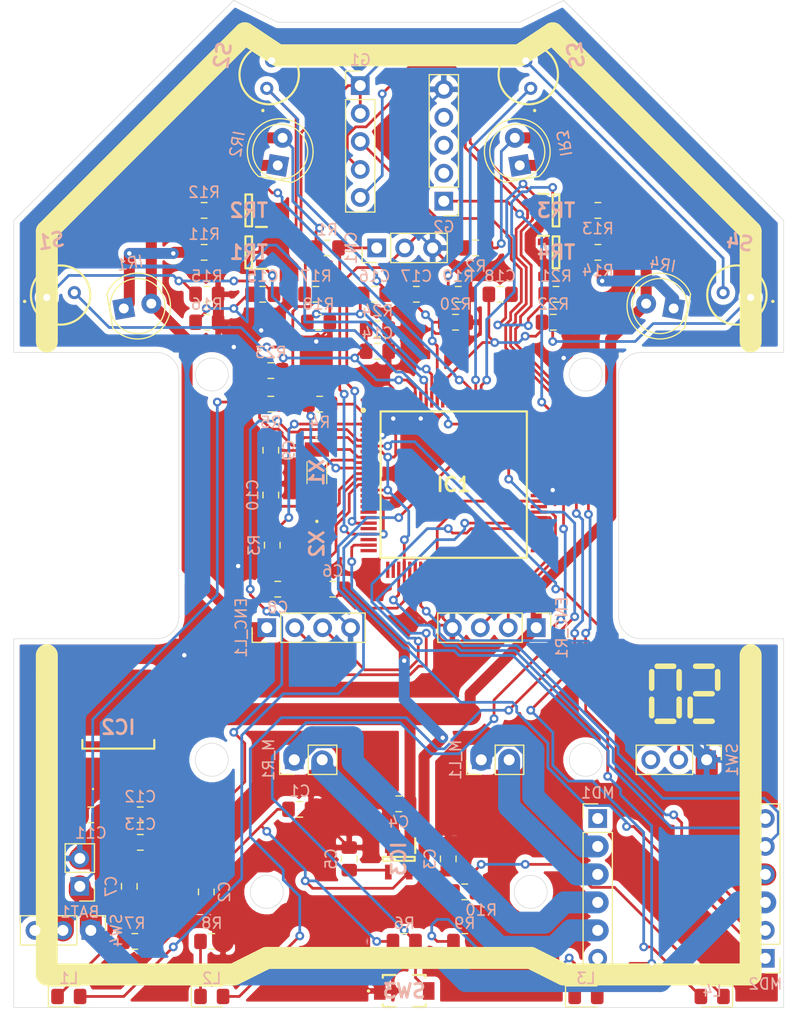
<source format=kicad_pcb>
(kicad_pcb (version 20171130) (host pcbnew "(5.1.6)-1")
  (layers (0 F.Cu signal) (31 B.Cu signal) (34 B.Paste user) (35 F.Paste user) (36 B.SilkS user) (37 F.SilkS user) (38 B.Mask user) (39 F.Mask user) (44 Edge.Cuts user))
  (net 0 "")
  (net 1 GND)
  (net 2 +3.3V)
  (net 3 "Net-(C7-Pad2)")
  (net 4 +5V)
  (net 5 XCIN)
  (net 6 XCOUT)
  (net 7 P34)
  (net 8 P24)
  (net 9 P20)
  (net 10 PE5)
  (net 11 PE4)
  (net 12 PD3)
  (net 13 PD2)
  (net 14 PD1)
  (net 15 PD0)
  (net 16 AN4)
  (net 17 AN3)
  (net 18 AN2)
  (net 19 AN1)
  (net 20 AN0)
  (net 21 RST)
  (net 22 EMLE)
  (net 23 PE6)
  (net 24 PE7)
  (net 25 PA0)
  (net 26 PA1)
  (net 27 PA2)
  (net 28 PA3)
  (net 29 PA4)
  (net 30 PB2)
  (net 31 PB3)
  (net 32 PB4)
  (net 33 PB5)
  (net 34 XTAL)
  (net 35 EXTAL)
  (net 36 TxD1)
  (net 37 RxD1)
  (net 38 P14)
  (net 39 MD1)
  (net 40 +BAT)
  (net 41 "Net-(C5-Pad1)")
  (net 42 "Net-(C11-Pad2)")
  (net 43 "Net-(C15-Pad2)")
  (net 44 "Net-(C16-Pad2)")
  (net 45 "Net-(C17-Pad2)")
  (net 46 "Net-(C18-Pad2)")
  (net 47 "Net-(IR1-Pad1)")
  (net 48 "Net-(IR2-Pad1)")
  (net 49 "Net-(IR3-Pad1)")
  (net 50 "Net-(IR4-Pad1)")
  (net 51 "Net-(L1-Pad1)")
  (net 52 "Net-(L2-Pad1)")
  (net 53 "Net-(L3-Pad1)")
  (net 54 "Net-(L4-Pad1)")
  (net 55 PWM_L2)
  (net 56 PWM_L1)
  (net 57 PWM_R1)
  (net 58 PWM_R2)
  (net 59 "Net-(R11-Pad2)")
  (net 60 "Net-(R12-Pad2)")
  (net 61 "Net-(R13-Pad2)")
  (net 62 "Net-(R14-Pad2)")
  (module Resistor_SMD:R_0805_2012Metric_Pad1.15x1.40mm_HandSolder (layer F.Cu) (at 233 147 180)
    (fp_text reference R10 (at -1.5 -1.65) (layer B.SilkS) (effects (justify mirror)))
    (fp_text value 1k)
    (pad 2 smd roundrect (at 1.025 0 180) (size 1.15 1.4) (layers F.Cu F.Paste F.Mask) (roundrect_rratio 0.217391) (net 1 GND))
    (pad 1 smd roundrect (at -1.025 0 180) (size 1.15 1.4) (layers F.Cu F.Paste F.Mask) (roundrect_rratio 0.217391) (net 54 "Net-(L4-Pad1)"))
  )
  (module Connector_PinHeader_2.54mm:PinHeader_1x02_P2.54mm_Vertical (layer F.Cu) (at 198 146.5 180)
    (fp_text reference BAT1 (at 0 -2.33) (layer B.SilkS) (effects (justify mirror)))
    (fp_text value Conn_01x02)
    (pad 1 thru_hole rect (at 0 0 180) (size 1.7 1.7) (drill 1) (layers *.Cu *.Mask) (net 40 +BAT))
    (pad 2 thru_hole oval (at 0 2.54 180) (size 1.7 1.7) (drill 1) (layers *.Cu *.Mask) (net 1 GND))
  )
  (module Capacitor_SMD:C_0805_2012Metric_Pad1.15x1.40mm_HandSolder (layer F.Cu) (at 218 139.5)
    (fp_text reference C1 (at 0 -1.65) (layer B.SilkS) (effects (justify mirror)))
    (fp_text value 0.1u)
    (pad 1 smd roundrect (at -1.025 0) (size 1.15 1.4) (layers F.Cu F.Paste F.Mask) (roundrect_rratio 0.217391) (net 2 +3.3V))
    (pad 2 smd roundrect (at 1.025 0) (size 1.15 1.4) (layers F.Cu F.Paste F.Mask) (roundrect_rratio 0.217391) (net 1 GND))
  )
  (module Capacitor_SMD:C_0805_2012Metric_Pad1.15x1.40mm_HandSolder (layer F.Cu) (at 209.5 147 270)
    (fp_text reference C2 (at 0 -1.65 90) (layer B.SilkS) (effects (justify mirror)))
    (fp_text value 0.1u)
    (pad 2 smd roundrect (at 1.025 0 270) (size 1.15 1.4) (layers F.Cu F.Paste F.Mask) (roundrect_rratio 0.217391) (net 1 GND))
    (pad 1 smd roundrect (at -1.025 0 270) (size 1.15 1.4) (layers F.Cu F.Paste F.Mask) (roundrect_rratio 0.217391) (net 2 +3.3V))
  )
  (module Capacitor_SMD:C_0805_2012Metric_Pad1.15x1.40mm_HandSolder (layer F.Cu) (at 231.5 144 90)
    (fp_text reference C3 (at 0 -1.65 90) (layer B.SilkS) (effects (justify mirror)))
    (fp_text value 10u/6.3v)
    (pad 1 smd roundrect (at -1.025 0 90) (size 1.15 1.4) (layers F.Cu F.Paste F.Mask) (roundrect_rratio 0.217391) (net 2 +3.3V))
    (pad 2 smd roundrect (at 1.025 0 90) (size 1.15 1.4) (layers F.Cu F.Paste F.Mask) (roundrect_rratio 0.217391) (net 1 GND))
  )
  (module Capacitor_SMD:C_0805_2012Metric_Pad1.15x1.40mm_HandSolder (layer F.Cu) (at 227 139 180)
    (fp_text reference C4 (at 0 -1.65) (layer B.SilkS) (effects (justify mirror)))
    (fp_text value 0.1u)
    (pad 1 smd roundrect (at -1.025 0 180) (size 1.15 1.4) (layers F.Cu F.Paste F.Mask) (roundrect_rratio 0.217391) (net 4 +5V))
    (pad 2 smd roundrect (at 1.025 0 180) (size 1.15 1.4) (layers F.Cu F.Paste F.Mask) (roundrect_rratio 0.217391) (net 1 GND))
  )
  (module Capacitor_SMD:C_0805_2012Metric_Pad1.15x1.40mm_HandSolder (layer F.Cu) (at 222.5 144 90)
    (fp_text reference C5 (at 0 -1.65 90) (layer B.SilkS) (effects (justify mirror)))
    (fp_text value 0.1u)
    (pad 2 smd roundrect (at 1.025 0 90) (size 1.15 1.4) (layers F.Cu F.Paste F.Mask) (roundrect_rratio 0.217391) (net 1 GND))
    (pad 1 smd roundrect (at -1.025 0 90) (size 1.15 1.4) (layers F.Cu F.Paste F.Mask) (roundrect_rratio 0.217391) (net 41 "Net-(C5-Pad1)"))
  )
  (module Capacitor_SMD:C_0805_2012Metric_Pad1.15x1.40mm_HandSolder (layer F.Cu) (at 221 119.5)
    (fp_text reference C6 (at 0 -1.65) (layer B.SilkS) (effects (justify mirror)))
    (fp_text value 0.1u)
    (pad 1 smd roundrect (at -1.025 0) (size 1.15 1.4) (layers F.Cu F.Paste F.Mask) (roundrect_rratio 0.217391) (net 1 GND))
    (pad 2 smd roundrect (at 1.025 0) (size 1.15 1.4) (layers F.Cu F.Paste F.Mask) (roundrect_rratio 0.217391) (net 2 +3.3V))
  )
  (module Capacitor_SMD:C_0805_2012Metric_Pad1.15x1.40mm_HandSolder (layer F.Cu) (at 202.5 146.5 90)
    (fp_text reference C7 (at 0 -1.65 90) (layer B.SilkS) (effects (justify mirror)))
    (fp_text value 0.1u)
    (pad 2 smd roundrect (at 1.025 0 90) (size 1.15 1.4) (layers F.Cu F.Paste F.Mask) (roundrect_rratio 0.217391) (net 3 "Net-(C7-Pad2)"))
    (pad 1 smd roundrect (at -1.025 0 90) (size 1.15 1.4) (layers F.Cu F.Paste F.Mask) (roundrect_rratio 0.217391) (net 1 GND))
  )
  (module Capacitor_SMD:C_0805_2012Metric_Pad1.15x1.40mm_HandSolder (layer F.Cu) (at 216 119.5 180)
    (fp_text reference C8 (at 0 -1.65) (layer B.SilkS) (effects (justify mirror)))
    (fp_text value 0.1u)
    (pad 2 smd roundrect (at 1.025 0 180) (size 1.15 1.4) (layers F.Cu F.Paste F.Mask) (roundrect_rratio 0.217391) (net 2 +3.3V))
    (pad 1 smd roundrect (at -1.025 0 180) (size 1.15 1.4) (layers F.Cu F.Paste F.Mask) (roundrect_rratio 0.217391) (net 1 GND))
  )
  (module Capacitor_SMD:C_0805_2012Metric_Pad1.15x1.40mm_HandSolder (layer F.Cu) (at 215.368 106.882 270)
    (fp_text reference C9 (at 0 -1.65 90) (layer B.SilkS) (effects (justify mirror)))
    (fp_text value 0.1u)
    (pad 2 smd roundrect (at 1.025 0 270) (size 1.15 1.4) (layers F.Cu F.Paste F.Mask) (roundrect_rratio 0.217391) (net 1 GND))
    (pad 1 smd roundrect (at -1.025 0 270) (size 1.15 1.4) (layers F.Cu F.Paste F.Mask) (roundrect_rratio 0.217391) (net 5 XCIN))
  )
  (module Capacitor_SMD:C_0805_2012Metric_Pad1.15x1.40mm_HandSolder (layer F.Cu) (at 215.368 110.946 90)
    (fp_text reference C10 (at 0 -1.65 90) (layer B.SilkS) (effects (justify mirror)))
    (fp_text value 0.1u)
    (pad 1 smd roundrect (at -1.025 0 90) (size 1.15 1.4) (layers F.Cu F.Paste F.Mask) (roundrect_rratio 0.217391) (net 6 XCOUT))
    (pad 2 smd roundrect (at 1.025 0 90) (size 1.15 1.4) (layers F.Cu F.Paste F.Mask) (roundrect_rratio 0.217391) (net 1 GND))
  )
  (module Capacitor_SMD:C_0805_2012Metric_Pad1.15x1.40mm_HandSolder (layer F.Cu) (at 199 140 180)
    (fp_text reference C11 (at 0 -1.65) (layer B.SilkS) (effects (justify mirror)))
    (fp_text value 0.1u)
    (pad 2 smd roundrect (at 1.025 0 180) (size 1.15 1.4) (layers F.Cu F.Paste F.Mask) (roundrect_rratio 0.217391) (net 42 "Net-(C11-Pad2)"))
    (pad 1 smd roundrect (at -1.025 0 180) (size 1.15 1.4) (layers F.Cu F.Paste F.Mask) (roundrect_rratio 0.217391) (net 1 GND))
  )
  (module Capacitor_SMD:C_0805_2012Metric_Pad1.15x1.40mm_HandSolder (layer F.Cu) (at 203.5 140)
    (fp_text reference C12 (at 0 -1.65) (layer B.SilkS) (effects (justify mirror)))
    (fp_text value 0.1u)
    (pad 1 smd roundrect (at -1.025 0) (size 1.15 1.4) (layers F.Cu F.Paste F.Mask) (roundrect_rratio 0.217391) (net 1 GND))
    (pad 2 smd roundrect (at 1.025 0) (size 1.15 1.4) (layers F.Cu F.Paste F.Mask) (roundrect_rratio 0.217391) (net 4 +5V))
  )
  (module Capacitor_SMD:C_0805_2012Metric_Pad1.15x1.40mm_HandSolder (layer F.Cu) (at 203.5 142.5)
    (fp_text reference C13 (at 0 -1.65) (layer B.SilkS) (effects (justify mirror)))
    (fp_text value 10u/6.3v)
    (pad 2 smd roundrect (at 1.025 0) (size 1.15 1.4) (layers F.Cu F.Paste F.Mask) (roundrect_rratio 0.217391) (net 4 +5V))
    (pad 1 smd roundrect (at -1.025 0) (size 1.15 1.4) (layers F.Cu F.Paste F.Mask) (roundrect_rratio 0.217391) (net 1 GND))
  )
  (module Capacitor_SMD:C_0805_2012Metric_Pad1.15x1.40mm_HandSolder (layer F.Cu) (at 225.06 97.889)
    (fp_text reference C14 (at 0 -1.65) (layer B.SilkS) (effects (justify mirror)))
    (fp_text value 0.1u)
    (pad 1 smd roundrect (at -1.025 0) (size 1.15 1.4) (layers F.Cu F.Paste F.Mask) (roundrect_rratio 0.217391) (net 20 AN0))
    (pad 2 smd roundrect (at 1.025 0) (size 1.15 1.4) (layers F.Cu F.Paste F.Mask) (roundrect_rratio 0.217391) (net 1 GND))
  )
  (module Capacitor_SMD:C_0805_2012Metric_Pad1.15x1.40mm_HandSolder (layer F.Cu) (at 214.63 92.71)
    (fp_text reference C15 (at 0 -1.65) (layer B.SilkS) (effects (justify mirror)))
    (fp_text value 0.01u)
    (pad 2 smd roundrect (at 1.025 0) (size 1.15 1.4) (layers F.Cu F.Paste F.Mask) (roundrect_rratio 0.217391) (net 43 "Net-(C15-Pad2)"))
    (pad 1 smd roundrect (at -1.025 0) (size 1.15 1.4) (layers F.Cu F.Paste F.Mask) (roundrect_rratio 0.217391) (net 19 AN1))
  )
  (module Capacitor_SMD:C_0805_2012Metric_Pad1.15x1.40mm_HandSolder (layer F.Cu) (at 224.79 92.71)
    (fp_text reference C16 (at 0 -1.65) (layer B.SilkS) (effects (justify mirror)))
    (fp_text value 0.01u)
    (pad 1 smd roundrect (at -1.025 0) (size 1.15 1.4) (layers F.Cu F.Paste F.Mask) (roundrect_rratio 0.217391) (net 18 AN2))
    (pad 2 smd roundrect (at 1.025 0) (size 1.15 1.4) (layers F.Cu F.Paste F.Mask) (roundrect_rratio 0.217391) (net 44 "Net-(C16-Pad2)"))
  )
  (module Capacitor_SMD:C_0805_2012Metric_Pad1.15x1.40mm_HandSolder (layer F.Cu) (at 228.6 92.71)
    (fp_text reference C17 (at 0 -1.65) (layer B.SilkS) (effects (justify mirror)))
    (fp_text value 0.01u)
    (pad 2 smd roundrect (at 1.025 0) (size 1.15 1.4) (layers F.Cu F.Paste F.Mask) (roundrect_rratio 0.217391) (net 45 "Net-(C17-Pad2)"))
    (pad 1 smd roundrect (at -1.025 0) (size 1.15 1.4) (layers F.Cu F.Paste F.Mask) (roundrect_rratio 0.217391) (net 17 AN3))
  )
  (module Capacitor_SMD:C_0805_2012Metric_Pad1.15x1.40mm_HandSolder (layer F.Cu) (at 236.22 92.71)
    (fp_text reference C18 (at 0 -1.65) (layer B.SilkS) (effects (justify mirror)))
    (fp_text value 0.01u)
    (pad 1 smd roundrect (at -1.025 0) (size 1.15 1.4) (layers F.Cu F.Paste F.Mask) (roundrect_rratio 0.217391) (net 16 AN4))
    (pad 2 smd roundrect (at 1.025 0) (size 1.15 1.4) (layers F.Cu F.Paste F.Mask) (roundrect_rratio 0.217391) (net 46 "Net-(C18-Pad2)"))
  )
  (module Connector_PinHeader_2.54mm:PinHeader_1x03_P2.54mm_Vertical (layer F.Cu) (at 225 88.5 90)
    (fp_text reference CN1 (at 0 -2.33 90) (layer B.SilkS) (effects (justify mirror)))
    (fp_text value Conn_01x03)
    (pad 3 thru_hole oval (at 0 5.08 90) (size 1.7 1.7) (drill 1) (layers *.Cu *.Mask) (net 1 GND))
    (pad 2 thru_hole oval (at 0 2.54 90) (size 1.7 1.7) (drill 1) (layers *.Cu *.Mask) (net 37 RxD1))
    (pad 1 thru_hole rect (at 0 0 90) (size 1.7 1.7) (drill 1) (layers *.Cu *.Mask) (net 36 TxD1))
  )
  (module Connector_PinHeader_2.54mm:PinHeader_1x04_P2.54mm_Vertical (layer F.Cu) (at 215 123 90)
    (fp_text reference ENC_L1 (at 0 -2.33 90) (layer B.SilkS) (effects (justify mirror)))
    (fp_text value Conn_01x04)
    (pad 1 thru_hole rect (at 0 0 90) (size 1.7 1.7) (drill 1) (layers *.Cu *.Mask) (net 4 +5V))
    (pad 2 thru_hole oval (at 0 2.54 90) (size 1.7 1.7) (drill 1) (layers *.Cu *.Mask) (net 32 PB4))
    (pad 3 thru_hole oval (at 0 5.08 90) (size 1.7 1.7) (drill 1) (layers *.Cu *.Mask) (net 33 PB5))
    (pad 4 thru_hole oval (at 0 7.62 90) (size 1.7 1.7) (drill 1) (layers *.Cu *.Mask) (net 1 GND))
  )
  (module Connector_PinHeader_2.54mm:PinHeader_1x04_P2.54mm_Vertical (layer F.Cu) (at 239.5 123 270)
    (fp_text reference ENC_R1 (at 0 -2.33 90) (layer B.SilkS) (effects (justify mirror)))
    (fp_text value Conn_01x04)
    (pad 4 thru_hole oval (at 0 7.62 270) (size 1.7 1.7) (drill 1) (layers *.Cu *.Mask) (net 1 GND))
    (pad 3 thru_hole oval (at 0 5.08 270) (size 1.7 1.7) (drill 1) (layers *.Cu *.Mask) (net 31 PB3))
    (pad 2 thru_hole oval (at 0 2.54 270) (size 1.7 1.7) (drill 1) (layers *.Cu *.Mask) (net 30 PB2))
    (pad 1 thru_hole rect (at 0 0 270) (size 1.7 1.7) (drill 1) (layers *.Cu *.Mask) (net 4 +5V))
  )
  (module Connector_PinHeader_2.54mm:PinHeader_1x05_P2.54mm_Vertical (layer F.Cu) (at 223.5 73.75)
    (fp_text reference G1 (at 0 -2.33) (layer B.SilkS) (effects (justify mirror)))
    (fp_text value Gyro1)
    (pad 1 thru_hole rect (at 0 0) (size 1.7 1.7) (drill 1) (layers *.Cu *.Mask) (net 2 +3.3V))
    (pad 2 thru_hole oval (at 0 2.54) (size 1.7 1.7) (drill 1) (layers *.Cu *.Mask) (net 2 +3.3V))
    (pad 3 thru_hole oval (at 0 5.08) (size 1.7 1.7) (drill 1) (layers *.Cu *.Mask) (net 10 PE5))
    (pad 4 thru_hole oval (at 0 7.62) (size 1.7 1.7) (drill 1) (layers *.Cu *.Mask) (net 23 PE6))
    (pad 5 thru_hole oval (at 0 10.16) (size 1.7 1.7) (drill 1) (layers *.Cu *.Mask) (net 24 PE7))
  )
  (module Connector_PinHeader_2.54mm:PinHeader_1x05_P2.54mm_Vertical (layer F.Cu) (at 231.1 84.25 180)
    (fp_text reference G2 (at 0 -2.33) (layer B.SilkS) (effects (justify mirror)))
    (fp_text value Gyro2)
    (pad 5 thru_hole oval (at 0 10.16 180) (size 1.7 1.7) (drill 1) (layers *.Cu *.Mask) (net 1 GND))
    (pad 4 thru_hole oval (at 0 7.62 180) (size 1.7 1.7) (drill 1) (layers *.Cu *.Mask))
    (pad 3 thru_hole oval (at 0 5.08 180) (size 1.7 1.7) (drill 1) (layers *.Cu *.Mask))
    (pad 2 thru_hole oval (at 0 2.54 180) (size 1.7 1.7) (drill 1) (layers *.Cu *.Mask))
    (pad 1 thru_hole rect (at 0 0 180) (size 1.7 1.7) (drill 1) (layers *.Cu *.Mask) (net 11 PE4))
  )
  (module SamacSys_Parts:QFP50P1600X1600X170-100N (layer F.Cu) (at 232 110)
    (fp_text reference IC1 (at 0 0) (layer F.SilkS) (effects (font (size 1.27 1.27) (thickness 0.254))))
    (fp_text value R5F56218BDFP#V0 hide)
    (pad 1 smd rect (at -7.738 -6 90) (size 0.3 1.475) (layers F.Cu F.Paste F.Mask) (net 2 +3.3V))
    (pad 2 smd rect (at -7.738 -5.5 90) (size 0.3 1.475) (layers F.Cu F.Paste F.Mask) (net 22 EMLE))
    (pad 3 smd rect (at -7.738 -5 90) (size 0.3 1.475) (layers F.Cu F.Paste F.Mask) (net 1 GND))
    (pad 4 smd rect (at -7.738 -4.5 90) (size 0.3 1.475) (layers F.Cu F.Paste F.Mask) (net 1 GND))
    (pad 5 smd rect (at -7.738 -4 90) (size 0.3 1.475) (layers F.Cu F.Paste F.Mask) (net 3 "Net-(C7-Pad2)"))
    (pad 6 smd rect (at -7.738 -3.5 90) (size 0.3 1.475) (layers F.Cu F.Paste F.Mask) (net 39 MD1))
    (pad 7 smd rect (at -7.738 -3 90) (size 0.3 1.475) (layers F.Cu F.Paste F.Mask) (net 2 +3.3V))
    (pad 8 smd rect (at -7.738 -2.5 90) (size 0.3 1.475) (layers F.Cu F.Paste F.Mask) (net 5 XCIN))
    (pad 9 smd rect (at -7.738 -2 90) (size 0.3 1.475) (layers F.Cu F.Paste F.Mask) (net 6 XCOUT))
    (pad 10 smd rect (at -7.738 -1.5 90) (size 0.3 1.475) (layers F.Cu F.Paste F.Mask) (net 21 RST))
    (pad 11 smd rect (at -7.738 -1 90) (size 0.3 1.475) (layers F.Cu F.Paste F.Mask) (net 34 XTAL))
    (pad 12 smd rect (at -7.738 -0.5 90) (size 0.3 1.475) (layers F.Cu F.Paste F.Mask) (net 1 GND))
    (pad 13 smd rect (at -7.738 0 90) (size 0.3 1.475) (layers F.Cu F.Paste F.Mask) (net 35 EXTAL))
    (pad 14 smd rect (at -7.738 0.5 90) (size 0.3 1.475) (layers F.Cu F.Paste F.Mask) (net 2 +3.3V))
    (pad 15 smd rect (at -7.738 1 90) (size 0.3 1.475) (layers F.Cu F.Paste F.Mask) (net 1 GND))
    (pad 16 smd rect (at -7.738 1.5 90) (size 0.3 1.475) (layers F.Cu F.Paste F.Mask) (net 7 P34))
    (pad 17 smd rect (at -7.738 2 90) (size 0.3 1.475) (layers F.Cu F.Paste F.Mask))
    (pad 18 smd rect (at -7.738 2.5 90) (size 0.3 1.475) (layers F.Cu F.Paste F.Mask))
    (pad 19 smd rect (at -7.738 3 90) (size 0.3 1.475) (layers F.Cu F.Paste F.Mask))
    (pad 20 smd rect (at -7.738 3.5 90) (size 0.3 1.475) (layers F.Cu F.Paste F.Mask) (net 37 RxD1))
    (pad 21 smd rect (at -7.738 4 90) (size 0.3 1.475) (layers F.Cu F.Paste F.Mask))
    (pad 22 smd rect (at -7.738 4.5 90) (size 0.3 1.475) (layers F.Cu F.Paste F.Mask) (net 36 TxD1))
    (pad 23 smd rect (at -7.738 5 90) (size 0.3 1.475) (layers F.Cu F.Paste F.Mask))
    (pad 24 smd rect (at -7.738 5.5 90) (size 0.3 1.475) (layers F.Cu F.Paste F.Mask) (net 8 P24))
    (pad 25 smd rect (at -7.738 6 90) (size 0.3 1.475) (layers F.Cu F.Paste F.Mask))
    (pad 26 smd rect (at -6 7.738) (size 0.3 1.475) (layers F.Cu F.Paste F.Mask))
    (pad 27 smd rect (at -5.5 7.738) (size 0.3 1.475) (layers F.Cu F.Paste F.Mask))
    (pad 28 smd rect (at -5 7.738) (size 0.3 1.475) (layers F.Cu F.Paste F.Mask) (net 9 P20))
    (pad 29 smd rect (at -4.5 7.738) (size 0.3 1.475) (layers F.Cu F.Paste F.Mask) (net 2 +3.3V))
    (pad 30 smd rect (at -4 7.738) (size 0.3 1.475) (layers F.Cu F.Paste F.Mask))
    (pad 31 smd rect (at -3.5 7.738) (size 0.3 1.475) (layers F.Cu F.Paste F.Mask) (net 1 GND))
    (pad 32 smd rect (at -3 7.738) (size 0.3 1.475) (layers F.Cu F.Paste F.Mask) (net 38 P14))
    (pad 33 smd rect (at -2.5 7.738) (size 0.3 1.475) (layers F.Cu F.Paste F.Mask))
    (pad 34 smd rect (at -2 7.738) (size 0.3 1.475) (layers F.Cu F.Paste F.Mask))
    (pad 35 smd rect (at -1.5 7.738) (size 0.3 1.475) (layers F.Cu F.Paste F.Mask) (net 2 +3.3V))
    (pad 36 smd rect (at -1 7.738) (size 0.3 1.475) (layers F.Cu F.Paste F.Mask))
    (pad 37 smd rect (at -0.5 7.738) (size 0.3 1.475) (layers F.Cu F.Paste F.Mask))
    (pad 38 smd rect (at 0 7.738) (size 0.3 1.475) (layers F.Cu F.Paste F.Mask) (net 1 GND))
    (pad 39 smd rect (at 0.5 7.738) (size 0.3 1.475) (layers F.Cu F.Paste F.Mask))
    (pad 40 smd rect (at 1 7.738) (size 0.3 1.475) (layers F.Cu F.Paste F.Mask))
    (pad 41 smd rect (at 1.5 7.738) (size 0.3 1.475) (layers F.Cu F.Paste F.Mask))
    (pad 42 smd rect (at 2 7.738) (size 0.3 1.475) (layers F.Cu F.Paste F.Mask))
    (pad 43 smd rect (at 2.5 7.738) (size 0.3 1.475) (layers F.Cu F.Paste F.Mask))
    (pad 44 smd rect (at 3 7.738) (size 0.3 1.475) (layers F.Cu F.Paste F.Mask))
    (pad 45 smd rect (at 3.5 7.738) (size 0.3 1.475) (layers F.Cu F.Paste F.Mask))
    (pad 46 smd rect (at 4 7.738) (size 0.3 1.475) (layers F.Cu F.Paste F.Mask))
    (pad 47 smd rect (at 4.5 7.738) (size 0.3 1.475) (layers F.Cu F.Paste F.Mask))
    (pad 48 smd rect (at 5 7.738) (size 0.3 1.475) (layers F.Cu F.Paste F.Mask))
    (pad 49 smd rect (at 5.5 7.738) (size 0.3 1.475) (layers F.Cu F.Paste F.Mask))
    (pad 50 smd rect (at 6 7.738) (size 0.3 1.475) (layers F.Cu F.Paste F.Mask))
    (pad 51 smd rect (at 7.738 6 90) (size 0.3 1.475) (layers F.Cu F.Paste F.Mask))
    (pad 52 smd rect (at 7.738 5.5 90) (size 0.3 1.475) (layers F.Cu F.Paste F.Mask))
    (pad 53 smd rect (at 7.738 5 90) (size 0.3 1.475) (layers F.Cu F.Paste F.Mask))
    (pad 54 smd rect (at 7.738 4.5 90) (size 0.3 1.475) (layers F.Cu F.Paste F.Mask))
    (pad 55 smd rect (at 7.738 4 90) (size 0.3 1.475) (layers F.Cu F.Paste F.Mask) (net 33 PB5))
    (pad 56 smd rect (at 7.738 3.5 90) (size 0.3 1.475) (layers F.Cu F.Paste F.Mask) (net 32 PB4))
    (pad 57 smd rect (at 7.738 3 90) (size 0.3 1.475) (layers F.Cu F.Paste F.Mask) (net 31 PB3))
    (pad 58 smd rect (at 7.738 2.5 90) (size 0.3 1.475) (layers F.Cu F.Paste F.Mask) (net 30 PB2))
    (pad 59 smd rect (at 7.738 2 90) (size 0.3 1.475) (layers F.Cu F.Paste F.Mask))
    (pad 60 smd rect (at 7.738 1.5 90) (size 0.3 1.475) (layers F.Cu F.Paste F.Mask) (net 2 +3.3V))
    (pad 61 smd rect (at 7.738 1 90) (size 0.3 1.475) (layers F.Cu F.Paste F.Mask))
    (pad 62 smd rect (at 7.738 0.5 90) (size 0.3 1.475) (layers F.Cu F.Paste F.Mask) (net 1 GND))
    (pad 63 smd rect (at 7.738 0 90) (size 0.3 1.475) (layers F.Cu F.Paste F.Mask))
    (pad 64 smd rect (at 7.738 -0.5 90) (size 0.3 1.475) (layers F.Cu F.Paste F.Mask))
    (pad 65 smd rect (at 7.738 -1 90) (size 0.3 1.475) (layers F.Cu F.Paste F.Mask))
    (pad 66 smd rect (at 7.738 -1.5 90) (size 0.3 1.475) (layers F.Cu F.Paste F.Mask) (net 29 PA4))
    (pad 67 smd rect (at 7.738 -2 90) (size 0.3 1.475) (layers F.Cu F.Paste F.Mask) (net 28 PA3))
    (pad 68 smd rect (at 7.738 -2.5 90) (size 0.3 1.475) (layers F.Cu F.Paste F.Mask) (net 27 PA2))
    (pad 69 smd rect (at 7.738 -3 90) (size 0.3 1.475) (layers F.Cu F.Paste F.Mask) (net 26 PA1))
    (pad 70 smd rect (at 7.738 -3.5 90) (size 0.3 1.475) (layers F.Cu F.Paste F.Mask) (net 25 PA0))
    (pad 71 smd rect (at 7.738 -4 90) (size 0.3 1.475) (layers F.Cu F.Paste F.Mask) (net 24 PE7))
    (pad 72 smd rect (at 7.738 -4.5 90) (size 0.3 1.475) (layers F.Cu F.Paste F.Mask) (net 23 PE6))
    (pad 73 smd rect (at 7.738 -5 90) (size 0.3 1.475) (layers F.Cu F.Paste F.Mask) (net 10 PE5))
    (pad 74 smd rect (at 7.738 -5.5 90) (size 0.3 1.475) (layers F.Cu F.Paste F.Mask) (net 11 PE4))
    (pad 75 smd rect (at 7.738 -6 90) (size 0.3 1.475) (layers F.Cu F.Paste F.Mask))
    (pad 76 smd rect (at 6 -7.738) (size 0.3 1.475) (layers F.Cu F.Paste F.Mask))
    (pad 77 smd rect (at 5.5 -7.738) (size 0.3 1.475) (layers F.Cu F.Paste F.Mask))
    (pad 78 smd rect (at 5 -7.738) (size 0.3 1.475) (layers F.Cu F.Paste F.Mask))
    (pad 79 smd rect (at 4.5 -7.738) (size 0.3 1.475) (layers F.Cu F.Paste F.Mask))
    (pad 80 smd rect (at 4 -7.738) (size 0.3 1.475) (layers F.Cu F.Paste F.Mask))
    (pad 81 smd rect (at 3.5 -7.738) (size 0.3 1.475) (layers F.Cu F.Paste F.Mask))
    (pad 82 smd rect (at 3 -7.738) (size 0.3 1.475) (layers F.Cu F.Paste F.Mask))
    (pad 83 smd rect (at 2.5 -7.738) (size 0.3 1.475) (layers F.Cu F.Paste F.Mask) (net 12 PD3))
    (pad 84 smd rect (at 2 -7.738) (size 0.3 1.475) (layers F.Cu F.Paste F.Mask) (net 13 PD2))
    (pad 85 smd rect (at 1.5 -7.738) (size 0.3 1.475) (layers F.Cu F.Paste F.Mask) (net 14 PD1))
    (pad 86 smd rect (at 1 -7.738) (size 0.3 1.475) (layers F.Cu F.Paste F.Mask) (net 15 PD0))
    (pad 87 smd rect (at 0.5 -7.738) (size 0.3 1.475) (layers F.Cu F.Paste F.Mask))
    (pad 88 smd rect (at 0 -7.738) (size 0.3 1.475) (layers F.Cu F.Paste F.Mask))
    (pad 89 smd rect (at -0.5 -7.738) (size 0.3 1.475) (layers F.Cu F.Paste F.Mask))
    (pad 90 smd rect (at -1 -7.738) (size 0.3 1.475) (layers F.Cu F.Paste F.Mask) (net 16 AN4))
    (pad 91 smd rect (at -1.5 -7.738) (size 0.3 1.475) (layers F.Cu F.Paste F.Mask) (net 17 AN3))
    (pad 92 smd rect (at -2 -7.738) (size 0.3 1.475) (layers F.Cu F.Paste F.Mask) (net 18 AN2))
    (pad 93 smd rect (at -2.5 -7.738) (size 0.3 1.475) (layers F.Cu F.Paste F.Mask) (net 19 AN1))
    (pad 94 smd rect (at -3 -7.738) (size 0.3 1.475) (layers F.Cu F.Paste F.Mask) (net 1 GND))
    (pad 95 smd rect (at -3.5 -7.738) (size 0.3 1.475) (layers F.Cu F.Paste F.Mask) (net 20 AN0))
    (pad 96 smd rect (at -4 -7.738) (size 0.3 1.475) (layers F.Cu F.Paste F.Mask) (net 2 +3.3V))
    (pad 97 smd rect (at -4.5 -7.738) (size 0.3 1.475) (layers F.Cu F.Paste F.Mask) (net 2 +3.3V))
    (pad 98 smd rect (at -5 -7.738) (size 0.3 1.475) (layers F.Cu F.Paste F.Mask))
    (pad 99 smd rect (at -5.5 -7.738) (size 0.3 1.475) (layers F.Cu F.Paste F.Mask) (net 1 GND))
    (pad 100 smd rect (at -6 -7.738) (size 0.3 1.475) (layers F.Cu F.Paste F.Mask))
  )
  (module SamacSys_Parts:NJM7805SDL1TE1 (layer F.Cu) (at 201.5 132)
    (fp_text reference IC2 (at 0 0.055) (layer B.SilkS) (effects (font (size 1.27 1.27) (thickness 0.254)) (justify mirror)))
    (fp_text value NJM7805SDL1-TE1 hide)
    (pad 1 smd rect (at -2.3 4.055) (size 2 2.5) (layers F.Cu F.Paste F.Mask) (net 42 "Net-(C11-Pad2)"))
    (pad 2 smd rect (at 0 -2.195 90) (size 6 6) (layers F.Cu F.Paste F.Mask) (net 1 GND))
    (pad 3 smd rect (at 2.3 4.055) (size 2 2.5) (layers F.Cu F.Paste F.Mask) (net 4 +5V))
  )
  (module SamacSys_Parts:SOT95P275X140-5N (layer F.Cu) (at 227 144 270)
    (fp_text reference IC3 (at 0 0 90) (layer B.SilkS) (effects (font (size 1.27 1.27) (thickness 0.254)) (justify mirror)))
    (fp_text value TAR5SB33_TE85L,F_ hide)
    (pad 1 smd rect (at -1.2 -0.95) (size 0.6 1.35) (layers F.Cu F.Paste F.Mask) (net 4 +5V))
    (pad 2 smd rect (at -1.2 0) (size 0.6 1.35) (layers F.Cu F.Paste F.Mask) (net 1 GND))
    (pad 3 smd rect (at -1.2 0.95) (size 0.6 1.35) (layers F.Cu F.Paste F.Mask) (net 4 +5V))
    (pad 4 smd rect (at 1.2 0.95) (size 0.6 1.35) (layers F.Cu F.Paste F.Mask) (net 41 "Net-(C5-Pad1)"))
    (pad 5 smd rect (at 1.2 -0.95) (size 0.6 1.35) (layers F.Cu F.Paste F.Mask) (net 2 +3.3V))
  )
  (module LED_THT:LED_D5.0mm (layer F.Cu) (at 202 94 10)
    (fp_text reference IR1 (at 1.27 -3.96 10) (layer B.SilkS) (effects (justify mirror)))
    (fp_text value LED)
    (pad 2 thru_hole circle (at 2.54 0 10) (size 1.8 1.8) (drill 0.9) (layers *.Cu *.Mask) (net 4 +5V))
    (pad 1 thru_hole rect (at 0 0 10) (size 1.8 1.8) (drill 0.9) (layers *.Cu *.Mask) (net 47 "Net-(IR1-Pad1)"))
  )
  (module LED_THT:LED_D5.0mm (layer F.Cu) (at 216 81 80)
    (fp_text reference IR2 (at 1.27 -3.960001 80) (layer B.SilkS) (effects (justify mirror)))
    (fp_text value LED)
    (pad 1 thru_hole rect (at 0 0 80) (size 1.8 1.8) (drill 0.9) (layers *.Cu *.Mask) (net 48 "Net-(IR2-Pad1)"))
    (pad 2 thru_hole circle (at 2.54 0 80) (size 1.8 1.8) (drill 0.9) (layers *.Cu *.Mask) (net 4 +5V))
  )
  (module LED_THT:LED_D5.0mm (layer F.Cu) (at 238 81 100)
    (fp_text reference IR3 (at 1.275023 4.286527 100) (layer B.SilkS) (effects (justify mirror)))
    (fp_text value LED)
    (pad 2 thru_hole circle (at 2.54 0 100) (size 1.8 1.8) (drill 0.9) (layers *.Cu *.Mask) (net 4 +5V))
    (pad 1 thru_hole rect (at 0 0 100) (size 1.8 1.8) (drill 0.9) (layers *.Cu *.Mask) (net 49 "Net-(IR3-Pad1)"))
  )
  (module LED_THT:LED_D5.0mm (layer F.Cu) (at 252 94 170)
    (fp_text reference IR4 (at 1.6794 3.765583 170) (layer B.SilkS) (effects (justify mirror)))
    (fp_text value LED)
    (pad 1 thru_hole rect (at 0 0 170) (size 1.8 1.8) (drill 0.9) (layers *.Cu *.Mask) (net 50 "Net-(IR4-Pad1)"))
    (pad 2 thru_hole circle (at 2.54 0 170) (size 1.8 1.8) (drill 0.9) (layers *.Cu *.Mask) (net 4 +5V))
  )
  (module LED_SMD:LED_0805_2012Metric_Pad1.15x1.40mm_HandSolder (layer F.Cu) (at 197 156.5)
    (fp_text reference L1 (at 0 -1.65) (layer B.SilkS) (effects (justify mirror)))
    (fp_text value LED)
    (pad 1 smd roundrect (at -1.025 0) (size 1.15 1.4) (layers F.Cu F.Paste F.Mask) (roundrect_rratio 0.217391) (net 51 "Net-(L1-Pad1)"))
    (pad 2 smd roundrect (at 1.025 0) (size 1.15 1.4) (layers F.Cu F.Paste F.Mask) (roundrect_rratio 0.217391) (net 25 PA0))
  )
  (module LED_SMD:LED_0805_2012Metric_Pad1.15x1.40mm_HandSolder (layer F.Cu) (at 210 156.5)
    (fp_text reference L2 (at 0 -1.65) (layer B.SilkS) (effects (justify mirror)))
    (fp_text value LED)
    (pad 2 smd roundrect (at 1.025 0) (size 1.15 1.4) (layers F.Cu F.Paste F.Mask) (roundrect_rratio 0.217391) (net 26 PA1))
    (pad 1 smd roundrect (at -1.025 0) (size 1.15 1.4) (layers F.Cu F.Paste F.Mask) (roundrect_rratio 0.217391) (net 52 "Net-(L2-Pad1)"))
  )
  (module LED_SMD:LED_0805_2012Metric_Pad1.15x1.40mm_HandSolder (layer F.Cu) (at 244.025 156.5)
    (fp_text reference L3 (at 0 -1.65) (layer B.SilkS) (effects (justify mirror)))
    (fp_text value LED)
    (pad 1 smd roundrect (at -1.025 0) (size 1.15 1.4) (layers F.Cu F.Paste F.Mask) (roundrect_rratio 0.217391) (net 53 "Net-(L3-Pad1)"))
    (pad 2 smd roundrect (at 1.025 0) (size 1.15 1.4) (layers F.Cu F.Paste F.Mask) (roundrect_rratio 0.217391) (net 27 PA2))
  )
  (module LED_SMD:LED_0805_2012Metric_Pad1.15x1.40mm_HandSolder (layer F.Cu) (at 255.5 156.5 180)
    (fp_text reference L4 (at 0 0.5) (layer B.SilkS) (effects (justify mirror)))
    (fp_text value LED)
    (pad 2 smd roundrect (at 1.025 0 180) (size 1.15 1.4) (layers F.Cu F.Paste F.Mask) (roundrect_rratio 0.217391) (net 28 PA3))
    (pad 1 smd roundrect (at -1.025 0 180) (size 1.15 1.4) (layers F.Cu F.Paste F.Mask) (roundrect_rratio 0.217391) (net 54 "Net-(L4-Pad1)"))
  )
  (module Connector_PinHeader_2.54mm:PinHeader_1x02_P2.54mm_Vertical (layer F.Cu) (at 234.5 135 90)
    (fp_text reference M_L1 (at 0 -2.33 90) (layer B.SilkS) (effects (justify mirror)))
    (fp_text value Conn_01x02)
    (pad 2 thru_hole oval (at 0 2.54 90) (size 1.7 1.7) (drill 1) (layers *.Cu *.Mask) (net 55 PWM_L2))
    (pad 1 thru_hole rect (at 0 0 90) (size 1.7 1.7) (drill 1) (layers *.Cu *.Mask) (net 56 PWM_L1))
  )
  (module Connector_PinHeader_2.54mm:PinHeader_1x02_P2.54mm_Vertical (layer F.Cu) (at 217.5 135 90)
    (fp_text reference M_R1 (at 0 -2.33 90) (layer B.SilkS) (effects (justify mirror)))
    (fp_text value Conn_01x02)
    (pad 1 thru_hole rect (at 0 0 90) (size 1.7 1.7) (drill 1) (layers *.Cu *.Mask) (net 57 PWM_R1))
    (pad 2 thru_hole oval (at 0 2.54 90) (size 1.7 1.7) (drill 1) (layers *.Cu *.Mask) (net 58 PWM_R2))
  )
  (module Connector_PinHeader_2.54mm:PinHeader_1x06_P2.54mm_Vertical (layer F.Cu) (at 245.094 140.334)
    (fp_text reference MD1 (at 0 -2.33) (layer B.SilkS) (effects (justify mirror)))
    (fp_text value MotorD1)
    (pad 1 thru_hole rect (at 0 0) (size 1.7 1.7) (drill 1) (layers *.Cu *.Mask))
    (pad 2 thru_hole oval (at 0 2.54) (size 1.7 1.7) (drill 1) (layers *.Cu *.Mask) (net 56 PWM_L1))
    (pad 3 thru_hole oval (at 0 5.08) (size 1.7 1.7) (drill 1) (layers *.Cu *.Mask) (net 55 PWM_L2))
    (pad 4 thru_hole oval (at 0 7.62) (size 1.7 1.7) (drill 1) (layers *.Cu *.Mask) (net 57 PWM_R1))
    (pad 5 thru_hole oval (at 0 10.16) (size 1.7 1.7) (drill 1) (layers *.Cu *.Mask) (net 58 PWM_R2))
    (pad 6 thru_hole oval (at 0 12.7) (size 1.7 1.7) (drill 1) (layers *.Cu *.Mask))
  )
  (module Connector_PinHeader_2.54mm:PinHeader_1x06_P2.54mm_Vertical (layer F.Cu) (at 260.334 153.034 180)
    (fp_text reference MD2 (at 0 -2.33) (layer B.SilkS) (effects (justify mirror)))
    (fp_text value MotorD2)
    (pad 6 thru_hole oval (at 0 12.7 180) (size 1.7 1.7) (drill 1) (layers *.Cu *.Mask) (net 8 P24))
    (pad 5 thru_hole oval (at 0 10.16 180) (size 1.7 1.7) (drill 1) (layers *.Cu *.Mask) (net 38 P14))
    (pad 4 thru_hole oval (at 0 7.62 180) (size 1.7 1.7) (drill 1) (layers *.Cu *.Mask) (net 1 GND))
    (pad 3 thru_hole oval (at 0 5.08 180) (size 1.7 1.7) (drill 1) (layers *.Cu *.Mask) (net 40 +BAT))
    (pad 2 thru_hole oval (at 0 2.54 180) (size 1.7 1.7) (drill 1) (layers *.Cu *.Mask) (net 9 P20))
    (pad 1 thru_hole rect (at 0 0 180) (size 1.7 1.7) (drill 1) (layers *.Cu *.Mask) (net 7 P34))
  )
  (module Resistor_SMD:R_0805_2012Metric_Pad1.15x1.40mm_HandSolder (layer F.Cu) (at 220.5 88.5)
    (fp_text reference R1 (at 0 -1.65) (layer B.SilkS) (effects (justify mirror)))
    (fp_text value 4.7k)
    (pad 2 smd roundrect (at 1.025 0) (size 1.15 1.4) (layers F.Cu F.Paste F.Mask) (roundrect_rratio 0.217391) (net 36 TxD1))
    (pad 1 smd roundrect (at -1.025 0) (size 1.15 1.4) (layers F.Cu F.Paste F.Mask) (roundrect_rratio 0.217391) (net 4 +5V))
  )
  (module Resistor_SMD:R_0805_2012Metric_Pad1.15x1.40mm_HandSolder (layer F.Cu) (at 234 88.5 180)
    (fp_text reference R2 (at 0 -1.65) (layer B.SilkS) (effects (justify mirror)))
    (fp_text value 4.7k)
    (pad 2 smd roundrect (at 1.025 0 180) (size 1.15 1.4) (layers F.Cu F.Paste F.Mask) (roundrect_rratio 0.217391) (net 37 RxD1))
    (pad 1 smd roundrect (at -1.025 0 180) (size 1.15 1.4) (layers F.Cu F.Paste F.Mask) (roundrect_rratio 0.217391) (net 4 +5V))
  )
  (module Resistor_SMD:R_0805_2012Metric_Pad1.15x1.40mm_HandSolder (layer F.Cu) (at 215.5 115.5 90)
    (fp_text reference R3 (at 0 -1.65 90) (layer B.SilkS) (effects (justify mirror)))
    (fp_text value 10k)
    (pad 1 smd roundrect (at -1.025 0 90) (size 1.15 1.4) (layers F.Cu F.Paste F.Mask) (roundrect_rratio 0.217391) (net 1 GND))
    (pad 2 smd roundrect (at 1.025 0 90) (size 1.15 1.4) (layers F.Cu F.Paste F.Mask) (roundrect_rratio 0.217391) (net 22 EMLE))
  )
  (module Resistor_SMD:R_0805_2012Metric_Pad1.15x1.40mm_HandSolder (layer F.Cu) (at 219.813 102.691 180)
    (fp_text reference R4 (at 0 -1.65) (layer B.SilkS) (effects (justify mirror)))
    (fp_text value 10k)
    (pad 1 smd roundrect (at -1.025 0 180) (size 1.15 1.4) (layers F.Cu F.Paste F.Mask) (roundrect_rratio 0.217391) (net 2 +3.3V))
    (pad 2 smd roundrect (at 1.025 0 180) (size 1.15 1.4) (layers F.Cu F.Paste F.Mask) (roundrect_rratio 0.217391) (net 21 RST))
  )
  (module Resistor_SMD:R_0805_2012Metric_Pad1.15x1.40mm_HandSolder (layer F.Cu) (at 215.368 102.691 180)
    (fp_text reference R5 (at 0 -1.65) (layer B.SilkS) (effects (justify mirror)))
    (fp_text value 10k)
    (pad 1 smd roundrect (at -1.025 0 180) (size 1.15 1.4) (layers F.Cu F.Paste F.Mask) (roundrect_rratio 0.217391) (net 2 +3.3V))
    (pad 2 smd roundrect (at 1.025 0 180) (size 1.15 1.4) (layers F.Cu F.Paste F.Mask) (roundrect_rratio 0.217391) (net 39 MD1))
  )
  (module Resistor_SMD:R_0805_2012Metric_Pad1.15x1.40mm_HandSolder (layer F.Cu) (at 227.5 151.5)
    (fp_text reference R6 (at 0 -1.65) (layer B.SilkS) (effects (justify mirror)))
    (fp_text value 10k)
    (pad 2 smd roundrect (at 1.025 0) (size 1.15 1.4) (layers F.Cu F.Paste F.Mask) (roundrect_rratio 0.217391) (net 29 PA4))
    (pad 1 smd roundrect (at -1.025 0) (size 1.15 1.4) (layers F.Cu F.Paste F.Mask) (roundrect_rratio 0.217391) (net 2 +3.3V))
  )
  (module Resistor_SMD:R_0805_2012Metric_Pad1.15x1.40mm_HandSolder (layer F.Cu) (at 203 151.5)
    (fp_text reference R7 (at 0 -1.65) (layer B.SilkS) (effects (justify mirror)))
    (fp_text value 1k)
    (pad 1 smd roundrect (at -1.025 0) (size 1.15 1.4) (layers F.Cu F.Paste F.Mask) (roundrect_rratio 0.217391) (net 51 "Net-(L1-Pad1)"))
    (pad 2 smd roundrect (at 1.025 0) (size 1.15 1.4) (layers F.Cu F.Paste F.Mask) (roundrect_rratio 0.217391) (net 1 GND))
  )
  (module Resistor_SMD:R_0805_2012Metric_Pad1.15x1.40mm_HandSolder (layer F.Cu) (at 210 151.5)
    (fp_text reference R8 (at 0 -1.65) (layer B.SilkS) (effects (justify mirror)))
    (fp_text value 1k)
    (pad 2 smd roundrect (at 1.025 0) (size 1.15 1.4) (layers F.Cu F.Paste F.Mask) (roundrect_rratio 0.217391) (net 1 GND))
    (pad 1 smd roundrect (at -1.025 0) (size 1.15 1.4) (layers F.Cu F.Paste F.Mask) (roundrect_rratio 0.217391) (net 52 "Net-(L2-Pad1)"))
  )
  (module Resistor_SMD:R_0805_2012Metric_Pad1.15x1.40mm_HandSolder (layer F.Cu) (at 233 151.5)
    (fp_text reference R9 (at 0 -1.65) (layer B.SilkS) (effects (justify mirror)))
    (fp_text value 1k)
    (pad 1 smd roundrect (at -1.025 0) (size 1.15 1.4) (layers F.Cu F.Paste F.Mask) (roundrect_rratio 0.217391) (net 53 "Net-(L3-Pad1)"))
    (pad 2 smd roundrect (at 1.025 0) (size 1.15 1.4) (layers F.Cu F.Paste F.Mask) (roundrect_rratio 0.217391) (net 1 GND))
  )
  (module Resistor_SMD:R_0805_2012Metric_Pad1.15x1.40mm_HandSolder (layer F.Cu) (at 209.305 88.9)
    (fp_text reference R11 (at 0 -1.65) (layer B.SilkS) (effects (justify mirror)))
    (fp_text value 0)
    (pad 1 smd roundrect (at -1.025 0) (size 1.15 1.4) (layers F.Cu F.Paste F.Mask) (roundrect_rratio 0.217391) (net 47 "Net-(IR1-Pad1)"))
    (pad 2 smd roundrect (at 1.025 0) (size 1.15 1.4) (layers F.Cu F.Paste F.Mask) (roundrect_rratio 0.217391) (net 59 "Net-(R11-Pad2)"))
  )
  (module Resistor_SMD:R_0805_2012Metric_Pad1.15x1.40mm_HandSolder (layer F.Cu) (at 209.305 85.09)
    (fp_text reference R12 (at 0 -1.65) (layer B.SilkS) (effects (justify mirror)))
    (fp_text value 0)
    (pad 2 smd roundrect (at 1.025 0) (size 1.15 1.4) (layers F.Cu F.Paste F.Mask) (roundrect_rratio 0.217391) (net 60 "Net-(R12-Pad2)"))
    (pad 1 smd roundrect (at -1.025 0) (size 1.15 1.4) (layers F.Cu F.Paste F.Mask) (roundrect_rratio 0.217391) (net 48 "Net-(IR2-Pad1)"))
  )
  (module Resistor_SMD:R_0805_2012Metric_Pad1.15x1.40mm_HandSolder (layer F.Cu) (at 245.11 85.09 180)
    (fp_text reference R13 (at 0 -1.65) (layer B.SilkS) (effects (justify mirror)))
    (fp_text value 0)
    (pad 2 smd roundrect (at 1.025 0 180) (size 1.15 1.4) (layers F.Cu F.Paste F.Mask) (roundrect_rratio 0.217391) (net 61 "Net-(R13-Pad2)"))
    (pad 1 smd roundrect (at -1.025 0 180) (size 1.15 1.4) (layers F.Cu F.Paste F.Mask) (roundrect_rratio 0.217391) (net 49 "Net-(IR3-Pad1)"))
  )
  (module Resistor_SMD:R_0805_2012Metric_Pad1.15x1.40mm_HandSolder (layer F.Cu) (at 245.11 88.9 180)
    (fp_text reference R14 (at 0 -1.65) (layer B.SilkS) (effects (justify mirror)))
    (fp_text value 0)
    (pad 1 smd roundrect (at -1.025 0 180) (size 1.15 1.4) (layers F.Cu F.Paste F.Mask) (roundrect_rratio 0.217391) (net 50 "Net-(IR4-Pad1)"))
    (pad 2 smd roundrect (at 1.025 0 180) (size 1.15 1.4) (layers F.Cu F.Paste F.Mask) (roundrect_rratio 0.217391) (net 62 "Net-(R14-Pad2)"))
  )
  (module Resistor_SMD:R_0805_2012Metric_Pad1.15x1.40mm_HandSolder (layer F.Cu) (at 209.55 92.71)
    (fp_text reference R15 (at 0 -1.65) (layer B.SilkS) (effects (justify mirror)))
    (fp_text value 2k)
    (pad 2 smd roundrect (at 1.025 0) (size 1.15 1.4) (layers F.Cu F.Paste F.Mask) (roundrect_rratio 0.217391) (net 1 GND))
    (pad 1 smd roundrect (at -1.025 0) (size 1.15 1.4) (layers F.Cu F.Paste F.Mask) (roundrect_rratio 0.217391) (net 43 "Net-(C15-Pad2)"))
  )
  (module Resistor_SMD:R_0805_2012Metric_Pad1.15x1.40mm_HandSolder (layer F.Cu) (at 209.55 95.25)
    (fp_text reference R16 (at 0 -1.65) (layer B.SilkS) (effects (justify mirror)))
    (fp_text value 10k)
    (pad 1 smd roundrect (at -1.025 0) (size 1.15 1.4) (layers F.Cu F.Paste F.Mask) (roundrect_rratio 0.217391) (net 19 AN1))
    (pad 2 smd roundrect (at 1.025 0) (size 1.15 1.4) (layers F.Cu F.Paste F.Mask) (roundrect_rratio 0.217391) (net 1 GND))
  )
  (module Resistor_SMD:R_0805_2012Metric_Pad1.15x1.40mm_HandSolder (layer F.Cu) (at 219.465 92.71)
    (fp_text reference R17 (at 0 -1.65) (layer B.SilkS) (effects (justify mirror)))
    (fp_text value 2k)
    (pad 2 smd roundrect (at 1.025 0) (size 1.15 1.4) (layers F.Cu F.Paste F.Mask) (roundrect_rratio 0.217391) (net 1 GND))
    (pad 1 smd roundrect (at -1.025 0) (size 1.15 1.4) (layers F.Cu F.Paste F.Mask) (roundrect_rratio 0.217391) (net 44 "Net-(C16-Pad2)"))
  )
  (module Resistor_SMD:R_0805_2012Metric_Pad1.15x1.40mm_HandSolder (layer F.Cu) (at 219.71 95.25)
    (fp_text reference R18 (at 0 -1.65) (layer B.SilkS) (effects (justify mirror)))
    (fp_text value 10k)
    (pad 1 smd roundrect (at -1.025 0) (size 1.15 1.4) (layers F.Cu F.Paste F.Mask) (roundrect_rratio 0.217391) (net 18 AN2))
    (pad 2 smd roundrect (at 1.025 0) (size 1.15 1.4) (layers F.Cu F.Paste F.Mask) (roundrect_rratio 0.217391) (net 1 GND))
  )
  (module Resistor_SMD:R_0805_2012Metric_Pad1.15x1.40mm_HandSolder (layer F.Cu) (at 232.41 92.71)
    (fp_text reference R19 (at 0 -1.65) (layer B.SilkS) (effects (justify mirror)))
    (fp_text value 2k)
    (pad 2 smd roundrect (at 1.025 0) (size 1.15 1.4) (layers F.Cu F.Paste F.Mask) (roundrect_rratio 0.217391) (net 1 GND))
    (pad 1 smd roundrect (at -1.025 0) (size 1.15 1.4) (layers F.Cu F.Paste F.Mask) (roundrect_rratio 0.217391) (net 45 "Net-(C17-Pad2)"))
  )
  (module Resistor_SMD:R_0805_2012Metric_Pad1.15x1.40mm_HandSolder (layer F.Cu) (at 232.165 95.25)
    (fp_text reference R20 (at 0 -1.65) (layer B.SilkS) (effects (justify mirror)))
    (fp_text value 10k)
    (pad 1 smd roundrect (at -1.025 0) (size 1.15 1.4) (layers F.Cu F.Paste F.Mask) (roundrect_rratio 0.217391) (net 17 AN3))
    (pad 2 smd roundrect (at 1.025 0) (size 1.15 1.4) (layers F.Cu F.Paste F.Mask) (roundrect_rratio 0.217391) (net 1 GND))
  )
  (module Resistor_SMD:R_0805_2012Metric_Pad1.15x1.40mm_HandSolder (layer F.Cu) (at 241.3 92.71)
    (fp_text reference R21 (at 0 -1.65) (layer B.SilkS) (effects (justify mirror)))
    (fp_text value 2k)
    (pad 1 smd roundrect (at -1.025 0) (size 1.15 1.4) (layers F.Cu F.Paste F.Mask) (roundrect_rratio 0.217391) (net 46 "Net-(C18-Pad2)"))
    (pad 2 smd roundrect (at 1.025 0) (size 1.15 1.4) (layers F.Cu F.Paste F.Mask) (roundrect_rratio 0.217391) (net 1 GND))
  )
  (module Resistor_SMD:R_0805_2012Metric_Pad1.15x1.40mm_HandSolder (layer F.Cu) (at 241.055 95.25)
    (fp_text reference R22 (at 0 -1.65) (layer B.SilkS) (effects (justify mirror)))
    (fp_text value 10k)
    (pad 2 smd roundrect (at 1.025 0) (size 1.15 1.4) (layers F.Cu F.Paste F.Mask) (roundrect_rratio 0.217391) (net 1 GND))
    (pad 1 smd roundrect (at -1.025 0) (size 1.15 1.4) (layers F.Cu F.Paste F.Mask) (roundrect_rratio 0.217391) (net 16 AN4))
  )
  (module Resistor_SMD:R_0805_2012Metric_Pad1.15x1.40mm_HandSolder (layer F.Cu) (at 215.368 99.643)
    (fp_text reference R23 (at 0 -1.65) (layer B.SilkS) (effects (justify mirror)))
    (fp_text value 20k)
    (pad 2 smd roundrect (at 1.025 0) (size 1.15 1.4) (layers F.Cu F.Paste F.Mask) (roundrect_rratio 0.217391) (net 20 AN0))
    (pad 1 smd roundrect (at -1.025 0) (size 1.15 1.4) (layers F.Cu F.Paste F.Mask) (roundrect_rratio 0.217391) (net 40 +BAT))
  )
  (module Resistor_SMD:R_0805_2012Metric_Pad1.15x1.40mm_HandSolder (layer F.Cu) (at 225.06 95.857)
    (fp_text reference R24 (at 0 -1.65) (layer B.SilkS) (effects (justify mirror)))
    (fp_text value 10k)
    (pad 1 smd roundrect (at -1.025 0) (size 1.15 1.4) (layers F.Cu F.Paste F.Mask) (roundrect_rratio 0.217391) (net 20 AN0))
    (pad 2 smd roundrect (at 1.025 0) (size 1.15 1.4) (layers F.Cu F.Paste F.Mask) (roundrect_rratio 0.217391) (net 1 GND))
  )
  (module SamacSys_Parts:ST1KL3A (layer F.Cu) (at 195 93 10)
    (fp_text reference S1 (at 1.27 -5 10) (layer B.SilkS) (effects (font (size 1.27 1.27) (thickness 0.254)) (justify mirror)))
    (fp_text value ST-1KL3A hide)
    (pad 1 thru_hole circle (at 0 0 10) (size 1.192 1.192) (drill 0.65) (layers *.Cu *.Mask) (net 43 "Net-(C15-Pad2)"))
    (pad 2 thru_hole circle (at 2.54 0 10) (size 1.192 1.192) (drill 0.65) (layers *.Cu *.Mask) (net 2 +3.3V))
  )
  (module SamacSys_Parts:ST1KL3A (layer F.Cu) (at 215 74 80)
    (fp_text reference S2 (at 2.259831 -4.460176 80) (layer B.SilkS) (effects (font (size 1.27 1.27) (thickness 0.254)) (justify mirror)))
    (fp_text value ST-1KL3A hide)
    (pad 2 thru_hole circle (at 2.54 0 80) (size 1.192 1.192) (drill 0.65) (layers *.Cu *.Mask) (net 2 +3.3V))
    (pad 1 thru_hole circle (at 0 0 80) (size 1.192 1.192) (drill 0.65) (layers *.Cu *.Mask) (net 44 "Net-(C16-Pad2)"))
  )
  (module SamacSys_Parts:ST1KL3A (layer F.Cu) (at 239 74 100)
    (fp_text reference S3 (at 2.259831 4.460176 100) (layer B.SilkS) (effects (font (size 1.27 1.27) (thickness 0.254)) (justify mirror)))
    (fp_text value ST-1KL3A hide)
    (pad 1 thru_hole circle (at 0 0 100) (size 1.192 1.192) (drill 0.65) (layers *.Cu *.Mask) (net 45 "Net-(C17-Pad2)"))
    (pad 2 thru_hole circle (at 2.54 0 100) (size 1.192 1.192) (drill 0.65) (layers *.Cu *.Mask) (net 2 +3.3V))
  )
  (module SamacSys_Parts:ST1KL3A (layer F.Cu) (at 259 93 170)
    (fp_text reference S4 (at 1.853049 4.750391 170) (layer B.SilkS) (effects (font (size 1.27 1.27) (thickness 0.254)) (justify mirror)))
    (fp_text value ST-1KL3A hide)
    (pad 2 thru_hole circle (at 2.54 0 170) (size 1.192 1.192) (drill 0.65) (layers *.Cu *.Mask) (net 2 +3.3V))
    (pad 1 thru_hole circle (at 0 0 170) (size 1.192 1.192) (drill 0.65) (layers *.Cu *.Mask) (net 46 "Net-(C18-Pad2)"))
  )
  (module Connector_PinHeader_2.54mm:PinHeader_1x03_P2.54mm_Vertical (layer F.Cu) (at 255 135 270)
    (fp_text reference SW1 (at 0 -2.33 90) (layer B.SilkS) (effects (justify mirror)))
    (fp_text value MODE_SW)
    (pad 1 thru_hole rect (at 0 0 270) (size 1.7 1.7) (drill 1) (layers *.Cu *.Mask) (net 1 GND))
    (pad 2 thru_hole oval (at 0 2.54 270) (size 1.7 1.7) (drill 1) (layers *.Cu *.Mask) (net 39 MD1))
    (pad 3 thru_hole oval (at 0 5.08 270) (size 1.7 1.7) (drill 1) (layers *.Cu *.Mask))
  )
  (module SamacSys_Parts:TVAF06A020BR (layer F.Cu) (at 227.5 156)
    (fp_text reference SW3 (at 0 0) (layer B.SilkS) (effects (font (size 1.27 1.27) (thickness 0.254)) (justify mirror)))
    (fp_text value SW_Push hide)
    (pad 1 smd rect (at -2.225 0) (size 1.05 1.6) (layers F.Cu F.Paste F.Mask) (net 1 GND))
    (pad 2 smd rect (at 2.225 0) (size 1.05 1.6) (layers F.Cu F.Paste F.Mask) (net 29 PA4))
    (pad MH1 np_thru_hole circle (at 0 -0.9) (size 0.75 0) (drill 0.75) (layers *.Cu *.Mask))
    (pad MH2 np_thru_hole circle (at 0 0.9) (size 0.75 0) (drill 0.75) (layers *.Cu *.Mask))
  )
  (module Connector_PinHeader_2.54mm:PinHeader_1x03_P2.54mm_Vertical (layer F.Cu) (at 199 150.5 270)
    (fp_text reference SW4 (at 0 -2.33 90) (layer B.SilkS) (effects (justify mirror)))
    (fp_text value POW_SW)
    (pad 1 thru_hole rect (at 0 0 270) (size 1.7 1.7) (drill 1) (layers *.Cu *.Mask) (net 40 +BAT))
    (pad 2 thru_hole oval (at 0 2.54 270) (size 1.7 1.7) (drill 1) (layers *.Cu *.Mask) (net 42 "Net-(C11-Pad2)"))
    (pad 3 thru_hole oval (at 0 5.08 270) (size 1.7 1.7) (drill 1) (layers *.Cu *.Mask))
  )
  (module SamacSys_Parts:SOT95P240X120-3N (layer F.Cu) (at 213.36 88.9 180)
    (fp_text reference TR1 (at 0 0) (layer B.SilkS) (effects (font (size 1.27 1.27) (thickness 0.254)) (justify mirror)))
    (fp_text value DTC143ZCAHZGT116 hide)
    (pad 1 smd rect (at -1.15 -0.95 270) (size 0.6 1) (layers F.Cu F.Paste F.Mask) (net 15 PD0))
    (pad 2 smd rect (at -1.15 0.95 270) (size 0.6 1) (layers F.Cu F.Paste F.Mask) (net 1 GND))
    (pad 3 smd rect (at 1.15 0 270) (size 0.6 1) (layers F.Cu F.Paste F.Mask) (net 59 "Net-(R11-Pad2)"))
  )
  (module SamacSys_Parts:SOT95P240X120-3N (layer F.Cu) (at 213.36 85.09 180)
    (fp_text reference TR2 (at 0 0) (layer B.SilkS) (effects (font (size 1.27 1.27) (thickness 0.254)) (justify mirror)))
    (fp_text value DTC143ZCAHZGT116 hide)
    (pad 3 smd rect (at 1.15 0 270) (size 0.6 1) (layers F.Cu F.Paste F.Mask) (net 60 "Net-(R12-Pad2)"))
    (pad 2 smd rect (at -1.15 0.95 270) (size 0.6 1) (layers F.Cu F.Paste F.Mask) (net 1 GND))
    (pad 1 smd rect (at -1.15 -0.95 270) (size 0.6 1) (layers F.Cu F.Paste F.Mask) (net 14 PD1))
  )
  (module SamacSys_Parts:SOT95P240X120-3N (layer F.Cu) (at 241.3 85.09)
    (fp_text reference TR3 (at 0 0) (layer B.SilkS) (effects (font (size 1.27 1.27) (thickness 0.254)) (justify mirror)))
    (fp_text value DTC143ZCAHZGT116 hide)
    (pad 3 smd rect (at 1.15 0 90) (size 0.6 1) (layers F.Cu F.Paste F.Mask) (net 61 "Net-(R13-Pad2)"))
    (pad 2 smd rect (at -1.15 0.95 90) (size 0.6 1) (layers F.Cu F.Paste F.Mask) (net 1 GND))
    (pad 1 smd rect (at -1.15 -0.95 90) (size 0.6 1) (layers F.Cu F.Paste F.Mask) (net 13 PD2))
  )
  (module SamacSys_Parts:SOT95P240X120-3N (layer F.Cu) (at 241.3 88.9)
    (fp_text reference TR4 (at 0 0) (layer B.SilkS) (effects (font (size 1.27 1.27) (thickness 0.254)) (justify mirror)))
    (fp_text value DTC143ZCAHZGT116 hide)
    (pad 1 smd rect (at -1.15 -0.95 90) (size 0.6 1) (layers F.Cu F.Paste F.Mask) (net 12 PD3))
    (pad 2 smd rect (at -1.15 0.95 90) (size 0.6 1) (layers F.Cu F.Paste F.Mask) (net 1 GND))
    (pad 3 smd rect (at 1.15 0 90) (size 0.6 1) (layers F.Cu F.Paste F.Mask) (net 62 "Net-(R14-Pad2)"))
  )
  (module SamacSys_Parts:FC255320000KAA0 (layer F.Cu) (at 219.559 108.914 270)
    (fp_text reference X1 (at 0 0 90) (layer B.SilkS) (effects (font (size 1.27 1.27) (thickness 0.254)) (justify mirror)))
    (fp_text value FC-255_32.768khz hide)
    (pad 1 smd rect (at -2.1 0 270) (size 1.3 2.2) (layers F.Cu F.Paste F.Mask) (net 5 XCIN))
    (pad 2 smd rect (at 2.1 0 270) (size 1.3 2.2) (layers F.Cu F.Paste F.Mask) (net 6 XCOUT))
  )
  (module SamacSys_Parts:CSTCE12M0G52AR0 (layer F.Cu) (at 219.559 115.391 270)
    (fp_text reference X2 (at 0 0 90) (layer B.SilkS) (effects (font (size 1.27 1.27) (thickness 0.254)) (justify mirror)))
    (fp_text value CSTCE_12Mhz hide)
    (pad 1 smd rect (at -1.2 0 270) (size 0.4 1.9) (layers F.Cu F.Paste F.Mask) (net 34 XTAL))
    (pad 2 smd rect (at 0 0 270) (size 0.4 1.9) (layers F.Cu F.Paste F.Mask) (net 1 GND))
    (pad 3 smd rect (at 1.2 0 270) (size 0.4 1.9) (layers F.Cu F.Paste F.Mask) (net 35 EXTAL))
  )
  (gr_line (start 195 127.5) (end 195 125.5) (layer F.SilkS) (width 2))
  (gr_line (start 259 154.5) (end 259 125.5) (layer F.SilkS) (width 2))
  (gr_line (start 195 154.5) (end 195 127.5) (layer F.SilkS) (width 2))
  (gr_line (start 242 154.5) (end 259 154.5) (layer F.SilkS) (width 2))
  (gr_line (start 239 153) (end 242 154.5) (layer F.SilkS) (width 2))
  (gr_line (start 215 153) (end 239 153) (layer F.SilkS) (width 2))
  (gr_line (start 212 154.5) (end 215 153) (layer F.SilkS) (width 2))
  (gr_line (start 195 154.5) (end 212 154.5) (layer F.SilkS) (width 2))
  (gr_line (start 214.5 157.5) (end 202 157.5) (layer Edge.Cuts) (width 0.05))
  (gr_line (start 252 157.5) (end 240 157.5) (layer Edge.Cuts) (width 0.05))
  (gr_line (start 254 131.5) (end 255.5 131.5) (layer F.SilkS) (width 0.5))
  (gr_line (start 253.5 129.5) (end 253.5 131) (layer F.SilkS) (width 0.5))
  (gr_line (start 254 129) (end 255.5 129) (layer F.SilkS) (width 0.5))
  (gr_line (start 256 127) (end 256 128.5) (layer F.SilkS) (width 0.5))
  (gr_line (start 254 126.5) (end 255.5 126.5) (layer F.SilkS) (width 0.5))
  (gr_line (start 250.5 131.5) (end 252 131.5) (layer F.SilkS) (width 0.5))
  (gr_line (start 252.5 129.5) (end 252.5 131) (layer F.SilkS) (width 0.5))
  (gr_line (start 250 129.5) (end 250 131) (layer F.SilkS) (width 0.5))
  (gr_line (start 250.5 126.5) (end 252 126.5) (layer F.SilkS) (width 0.5))
  (gr_line (start 252.5 128.5) (end 252.5 127) (layer F.SilkS) (width 0.5))
  (gr_line (start 250 127) (end 250 128.5) (layer F.SilkS) (width 0.5))
  (gr_line (start 241 69) (end 238 71) (layer F.SilkS) (width 2))
  (gr_line (start 259 87) (end 241 69) (layer F.SilkS) (width 2))
  (gr_line (start 259 87) (end 259 97) (layer F.SilkS) (width 2))
  (gr_line (start 216 71) (end 238 71) (layer F.SilkS) (width 2))
  (gr_line (start 213 69) (end 216 71) (layer F.SilkS) (width 2))
  (gr_line (start 195 87) (end 213 69) (layer F.SilkS) (width 2))
  (gr_line (start 195 97) (end 195 87) (layer F.SilkS) (width 2))
  (gr_circle (center 215 147) (end 216.5 147) (layer Edge.Cuts) (width 0.05))
  (gr_circle (center 239 147) (end 240.5 147) (layer Edge.Cuts) (width 0.05))
  (gr_line (start 214.5 157.5) (end 240 157.5) (layer Edge.Cuts) (width 0.05))
  (gr_line (start 192 157.5) (end 202 157.5) (layer Edge.Cuts) (width 0.05))
  (gr_line (start 192 156) (end 192 157.5) (layer Edge.Cuts) (width 0.05))
  (gr_line (start 262 156) (end 262 157.5) (layer Edge.Cuts) (width 0.05))
  (gr_line (start 262 157.5) (end 252 157.5) (layer Edge.Cuts) (width 0.05))
  (gr_circle (center 244 135) (end 245.5 135) (layer Edge.Cuts) (width 0.05))
  (gr_circle (center 210 135) (end 211.5 135) (layer Edge.Cuts) (width 0.05))
  (gr_circle (center 244 100) (end 245.5 100) (layer Edge.Cuts) (width 0.05))
  (gr_circle (center 210 100) (end 211.5 100) (layer Edge.Cuts) (width 0.05))
  (gr_line (start 192 156) (end 192 124) (layer Edge.Cuts) (width 0.05))
  (gr_line (start 249 124) (end 262 124) (layer Edge.Cuts) (width 0.05))
  (gr_line (start 249 98) (end 262 98) (layer Edge.Cuts) (width 0.05))
  (gr_line (start 238 68) (end 216 68) (layer Edge.Cuts) (width 0.05))
  (gr_line (start 212 66) (end 216 68) (layer Edge.Cuts) (width 0.05))
  (gr_line (start 242 66) (end 238 68) (layer Edge.Cuts) (width 0.05))
  (gr_arc (start 249 122) (end 247 122) (angle -90) (layer Edge.Cuts) (width 0.05))
  (gr_arc (start 249 100) (end 249 98) (angle -90) (layer Edge.Cuts) (width 0.05))
  (gr_arc (start 205 100) (end 207 100) (angle -90) (layer Edge.Cuts) (width 0.05))
  (gr_line (start 262 156) (end 262 124) (layer Edge.Cuts) (width 0.05))
  (gr_arc (start 205 122) (end 205 124) (angle -90) (layer Edge.Cuts) (width 0.05))
  (gr_line (start 207 100) (end 207 122) (layer Edge.Cuts) (width 0.05))
  (gr_line (start 212 66) (end 192 86) (layer Edge.Cuts) (width 0.05))
  (gr_line (start 192 98) (end 192 86) (layer Edge.Cuts) (width 0.05))
  (gr_line (start 205 124) (end 192 124) (layer Edge.Cuts) (width 0.05))
  (gr_line (start 262 86) (end 242 66) (layer Edge.Cuts) (width 0.05))
  (gr_line (start 205 98) (end 192 98) (layer Edge.Cuts) (width 0.05))
  (gr_line (start 247 122) (end 247 100) (layer Edge.Cuts) (width 0.05))
  (gr_line (start 262 98) (end 262 86) (layer Edge.Cuts) (width 0.05))
  (segment (start 215.368 107.907) (end 215.368 109.921) (width 0.25) (layer F.Cu) (net 1))
  (segment (start 219.975 119.5) (end 219.975 119.475) (width 0.25) (layer F.Cu) (net 1))
  (segment (start 219.975 119.475) (end 217.5 117) (width 0.25) (layer F.Cu) (net 1))
  (segment (start 219.109 115.391) (end 219.559 115.391) (width 0.25) (layer F.Cu) (net 1))
  (segment (start 217.5 117) (end 219.109 115.391) (width 0.25) (layer F.Cu) (net 1))
  (segment (start 217.025 116.525) (end 217.5 117) (width 0.25) (layer F.Cu) (net 1))
  (segment (start 215.5 116.525) (end 217.025 116.525) (width 0.25) (layer F.Cu) (net 1))
  (segment (start 217.025 117.475) (end 217.5 117) (width 0.25) (layer F.Cu) (net 1))
  (segment (start 217.025 119.5) (end 217.025 117.475) (width 0.25) (layer F.Cu) (net 1))
  (segment (start 214.34299 115.36799) (end 215.5 116.525) (width 0.25) (layer F.Cu) (net 1))
  (segment (start 214.34299 110.94601) (end 214.34299 115.36799) (width 0.25) (layer F.Cu) (net 1))
  (segment (start 215.368 109.921) (end 214.34299 110.94601) (width 0.25) (layer F.Cu) (net 1))
  (segment (start 200.025 140) (end 202.475 140) (width 0.25) (layer F.Cu) (net 1))
  (segment (start 209 147.525) (end 209.5 148.025) (width 0.25) (layer F.Cu) (net 1))
  (segment (start 204.025 151.5) (end 204.025 152.025) (width 0.25) (layer F.Cu) (net 1))
  (segment (start 219.025 139.5) (end 222.5 142.975) (width 0.25) (layer F.Cu) (net 1))
  (segment (start 210.5 148.025) (end 219.025 139.5) (width 0.25) (layer F.Cu) (net 1))
  (segment (start 209.5 148.025) (end 210.5 148.025) (width 0.25) (layer F.Cu) (net 1))
  (segment (start 255 140.08) (end 260.334 145.414) (width 0.25) (layer F.Cu) (net 1))
  (segment (start 242.5 137.5) (end 255 137.5) (width 0.25) (layer F.Cu) (net 1))
  (segment (start 255 135) (end 255 137.5) (width 0.25) (layer F.Cu) (net 1))
  (segment (start 255 137.5) (end 255 140.08) (width 0.25) (layer F.Cu) (net 1))
  (segment (start 200.025 141.935) (end 200.025 140) (width 2) (layer F.Cu) (net 1))
  (segment (start 198 143.96) (end 200.025 141.935) (width 2) (layer F.Cu) (net 1))
  (segment (start 255 141.282081) (end 255 135) (width 2) (layer F.Cu) (net 1))
  (segment (start 259.131919 145.414) (end 255 141.282081) (width 2) (layer F.Cu) (net 1))
  (segment (start 260.334 145.414) (end 259.131919 145.414) (width 2) (layer F.Cu) (net 1))
  (segment (start 242 138) (end 242.5 137.5) (width 0.25) (layer F.Cu) (net 1))
  (segment (start 242 138) (end 237 143) (width 2) (layer F.Cu) (net 1))
  (segment (start 210.275626 148.025) (end 209.5 148.025) (width 2) (layer F.Cu) (net 1))
  (segment (start 211.40001 146.900616) (end 210.275626 148.025) (width 2) (layer F.Cu) (net 1))
  (segment (start 211.40001 146.59999) (end 211.40001 146.900616) (width 2) (layer F.Cu) (net 1))
  (segment (start 213.768846 144.231154) (end 211.40001 146.59999) (width 2) (layer F.Cu) (net 1))
  (segment (start 215.069471 144.231154) (end 213.768846 144.231154) (width 2) (layer F.Cu) (net 1))
  (segment (start 219.5 139.800626) (end 215.069471 144.231154) (width 2) (layer F.Cu) (net 1))
  (segment (start 219.5 139.5) (end 219.5 139.800626) (width 2) (layer F.Cu) (net 1))
  (segment (start 209.5 148.025) (end 207.975 148.025) (width 2) (layer F.Cu) (net 1))
  (segment (start 204.5 151.5) (end 204.025 151.5) (width 2) (layer F.Cu) (net 1))
  (segment (start 207.975 148.025) (end 204.5 151.5) (width 2) (layer F.Cu) (net 1))
  (segment (start 204.025 149.05) (end 202.5 147.525) (width 2) (layer F.Cu) (net 1))
  (segment (start 204.025 151.5) (end 204.025 149.05) (width 2) (layer F.Cu) (net 1))
  (segment (start 200.59999 145.239988) (end 199.320002 143.96) (width 2) (layer F.Cu) (net 1))
  (segment (start 201.724374 147.525) (end 200.59999 146.400616) (width 2) (layer F.Cu) (net 1))
  (segment (start 202.5 147.525) (end 201.724374 147.525) (width 2) (layer F.Cu) (net 1))
  (segment (start 199.320002 143.96) (end 198 143.96) (width 2) (layer F.Cu) (net 1))
  (segment (start 200.59999 146.400616) (end 200.59999 145.239988) (width 2) (layer F.Cu) (net 1))
  (segment (start 201.5 139.025) (end 201.5 129.805) (width 2) (layer F.Cu) (net 1))
  (segment (start 202.475 140) (end 201.5 139.025) (width 2) (layer F.Cu) (net 1))
  (segment (start 202.475 142.5) (end 202.475 140) (width 0.25) (layer F.Cu) (net 1))
  (segment (start 211.025 148.774374) (end 210.275626 148.025) (width 2) (layer F.Cu) (net 1))
  (segment (start 220 139) (end 219.5 139.5) (width 1) (layer F.Cu) (net 1))
  (segment (start 225.975 139) (end 220 139) (width 1) (layer F.Cu) (net 1))
  (segment (start 225.975 139) (end 225.975 140.475) (width 1) (layer F.Cu) (net 1))
  (segment (start 225.975 140.475) (end 226.5 141) (width 1) (layer F.Cu) (net 1))
  (segment (start 227 141.5) (end 227 142.8) (width 0.25) (layer F.Cu) (net 1))
  (segment (start 226.5 141) (end 227 141.5) (width 0.25) (layer F.Cu) (net 1))
  (segment (start 236.100002 143.899998) (end 236.100002 149.424998) (width 2) (layer F.Cu) (net 1))
  (segment (start 237 143) (end 236.100002 143.899998) (width 2) (layer F.Cu) (net 1))
  (segment (start 231.575002 142.899998) (end 231.5 142.975) (width 2) (layer F.Cu) (net 1))
  (segment (start 237 143) (end 236.899998 142.899998) (width 2) (layer F.Cu) (net 1))
  (segment (start 236.899998 142.899998) (end 231.575002 142.899998) (width 2) (layer F.Cu) (net 1))
  (segment (start 236.100002 149.424998) (end 234.025 151.5) (width 2) (layer F.Cu) (net 1))
  (segment (start 234.025 150.724374) (end 232.300626 149) (width 2) (layer F.Cu) (net 1))
  (segment (start 234.025 151.5) (end 234.025 150.724374) (width 2) (layer F.Cu) (net 1))
  (segment (start 231.975 148.674374) (end 232.300626 149) (width 0.25) (layer F.Cu) (net 1))
  (segment (start 231.975 147) (end 231.975 148.674374) (width 0.25) (layer F.Cu) (net 1))
  (segment (start 215.457119 150.475) (end 211.025 150.475) (width 2) (layer F.Cu) (net 1))
  (segment (start 216.932119 149) (end 215.457119 150.475) (width 2) (layer F.Cu) (net 1))
  (segment (start 211.025 151.5) (end 211.025 150.475) (width 2) (layer F.Cu) (net 1))
  (segment (start 211.025 150.475) (end 211.025 148.774374) (width 2) (layer F.Cu) (net 1))
  (segment (start 224.5 149) (end 216.932119 149) (width 2) (layer F.Cu) (net 1))
  (segment (start 225.275 156) (end 224.274999 154.999999) (width 0.25) (layer F.Cu) (net 1))
  (segment (start 224.274999 149.225001) (end 224.5 149) (width 0.25) (layer F.Cu) (net 1))
  (segment (start 224.274999 154.999999) (end 224.274999 149.225001) (width 0.25) (layer F.Cu) (net 1))
  (segment (start 231.1 74.09) (end 227.5 77.69) (width 0.25) (layer B.Cu) (net 1))
  (segment (start 227.5 85.92) (end 230.08 88.5) (width 0.25) (layer B.Cu) (net 1))
  (segment (start 227.5 77.69) (end 227.5 85.92) (width 0.25) (layer B.Cu) (net 1))
  (segment (start 233.435 95.005) (end 233.19 95.25) (width 0.25) (layer F.Cu) (net 1))
  (segment (start 233.435 92.71) (end 233.435 95.005) (width 0.25) (layer F.Cu) (net 1))
  (segment (start 226.085 95.857) (end 226.085 97.889) (width 0.25) (layer F.Cu) (net 1))
  (segment (start 220.735 92.955) (end 220.49 92.71) (width 0.25) (layer F.Cu) (net 1))
  (segment (start 220.735 95.25) (end 220.735 92.955) (width 0.25) (layer F.Cu) (net 1))
  (segment (start 233.435 91.855) (end 233.435 92.71) (width 0.25) (layer F.Cu) (net 1))
  (segment (start 230.08 88.5) (end 233.435 91.855) (width 0.25) (layer F.Cu) (net 1))
  (segment (start 227 109.926996) (end 226.573004 109.5) (width 0.25) (layer F.Cu) (net 1))
  (segment (start 224.262 111) (end 225.426996 111) (width 0.25) (layer F.Cu) (net 1))
  (segment (start 227 110.573004) (end 227 109.926996) (width 0.25) (layer F.Cu) (net 1))
  (segment (start 225.651998 111.225002) (end 226.348002 111.225002) (width 0.25) (layer F.Cu) (net 1))
  (segment (start 226.573004 109.5) (end 224.262 109.5) (width 0.25) (layer F.Cu) (net 1))
  (segment (start 226.348002 111.225002) (end 227 110.573004) (width 0.25) (layer F.Cu) (net 1))
  (segment (start 225.426996 111) (end 225.651998 111.225002) (width 0.25) (layer F.Cu) (net 1))
  (segment (start 224.262 105) (end 224.262 105.5) (width 0.25) (layer F.Cu) (net 1))
  (via (at 226.5 104) (size 0.8) (drill 0.4) (layers F.Cu B.Cu) (net 1))
  (segment (start 226.5 102.262) (end 226.5 104) (width 0.25) (layer F.Cu) (net 1))
  (via (at 229 104) (size 0.8) (drill 0.4) (layers F.Cu B.Cu) (net 1))
  (segment (start 226.5 104) (end 229 104) (width 0.25) (layer B.Cu) (net 1))
  (via (at 225.5 105.5) (size 0.8) (drill 0.4) (layers F.Cu B.Cu) (net 1))
  (segment (start 224.262 105.5) (end 225.5 105.5) (width 0.25) (layer F.Cu) (net 1))
  (segment (start 225.5 105) (end 226.5 104) (width 0.25) (layer B.Cu) (net 1))
  (segment (start 225.5 105.5) (end 225.5 105) (width 0.25) (layer B.Cu) (net 1))
  (segment (start 201.5 129.805) (end 203.195 129.805) (width 1) (layer F.Cu) (net 1))
  (via (at 207.5 125.5) (size 0.8) (drill 0.4) (layers F.Cu B.Cu) (net 1))
  (segment (start 203.195 129.805) (end 207.5 125.5) (width 1) (layer F.Cu) (net 1))
  (segment (start 207.5 125.5) (end 212.398255 120.601745) (width 1) (layer B.Cu) (net 1))
  (via (at 212 97.5) (size 0.8) (drill 0.4) (layers F.Cu B.Cu) (net 1))
  (segment (start 212.398255 97.898255) (end 212 97.5) (width 1) (layer B.Cu) (net 1))
  (segment (start 212 96.675) (end 210.575 95.25) (width 1) (layer F.Cu) (net 1))
  (segment (start 212 97.5) (end 212 96.675) (width 1) (layer F.Cu) (net 1))
  (segment (start 215.710001 85.340001) (end 214.51 84.14) (width 1) (layer F.Cu) (net 1))
  (segment (start 215.710001 86.749999) (end 215.710001 85.340001) (width 1) (layer F.Cu) (net 1))
  (segment (start 214.51 87.95) (end 215.710001 86.749999) (width 1) (layer F.Cu) (net 1))
  (segment (start 242.325 92.025) (end 240.15 89.85) (width 1) (layer F.Cu) (net 1))
  (segment (start 242.325 92.71) (end 242.325 92.025) (width 1) (layer F.Cu) (net 1))
  (segment (start 242.08 92.955) (end 242.325 92.71) (width 1) (layer F.Cu) (net 1))
  (segment (start 242.08 95.25) (end 242.08 92.955) (width 1) (layer F.Cu) (net 1))
  (via (at 242 98.5) (size 0.8) (drill 0.4) (layers F.Cu B.Cu) (net 1))
  (segment (start 241.406327 99.093673) (end 241.406327 100.906327) (width 1) (layer B.Cu) (net 1))
  (segment (start 242 98.5) (end 241.406327 99.093673) (width 1) (layer B.Cu) (net 1))
  (segment (start 241.406327 100.906327) (end 245.5 105) (width 1) (layer B.Cu) (net 1))
  (segment (start 242.399999 95.569999) (end 242.399999 98.100001) (width 1) (layer F.Cu) (net 1))
  (segment (start 242.08 95.25) (end 242.399999 95.569999) (width 1) (layer F.Cu) (net 1))
  (segment (start 242.399999 98.100001) (end 242 98.5) (width 1) (layer F.Cu) (net 1))
  (segment (start 230.348014 96.27501) (end 232.16499 96.27501) (width 0.25) (layer F.Cu) (net 1))
  (segment (start 229.930004 95.857) (end 230.348014 96.27501) (width 0.25) (layer F.Cu) (net 1))
  (segment (start 226.085 95.857) (end 229.930004 95.857) (width 0.25) (layer F.Cu) (net 1))
  (segment (start 232.16499 96.27501) (end 233.19 95.25) (width 0.25) (layer F.Cu) (net 1))
  (segment (start 212 96.675) (end 213.80852 96.675) (width 1) (layer F.Cu) (net 1))
  (segment (start 216.674991 91.611471) (end 216.674991 90.114991) (width 1) (layer F.Cu) (net 1))
  (segment (start 216.674991 90.114991) (end 214.51 87.95) (width 1) (layer F.Cu) (net 1))
  (segment (start 216.93001 91.86649) (end 216.674991 91.611471) (width 1) (layer F.Cu) (net 1))
  (segment (start 216.93001 93.55351) (end 216.93001 91.86649) (width 1) (layer F.Cu) (net 1))
  (segment (start 210.575 92.71) (end 210.600001 92.735001) (width 1) (layer F.Cu) (net 1))
  (segment (start 210.600001 95.224999) (end 210.575 95.25) (width 1) (layer F.Cu) (net 1))
  (segment (start 210.600001 92.735001) (end 210.600001 95.224999) (width 1) (layer F.Cu) (net 1))
  (segment (start 220.221745 120.601745) (end 212.398255 120.601745) (width 0.25) (layer B.Cu) (net 1))
  (segment (start 222.62 123) (end 220.221745 120.601745) (width 0.25) (layer B.Cu) (net 1))
  (via (at 219.5 97) (size 0.8) (drill 0.4) (layers F.Cu B.Cu) (net 1))
  (segment (start 220.735 95.25) (end 220.735 95.765) (width 0.25) (layer F.Cu) (net 1))
  (segment (start 220.735 95.765) (end 219.5 97) (width 0.25) (layer F.Cu) (net 1))
  (via (at 214.49176 95.99176) (size 0.8) (drill 0.4) (layers F.Cu B.Cu) (net 1))
  (segment (start 214.49176 95.99176) (end 216.93001 93.55351) (width 1) (layer F.Cu) (net 1))
  (segment (start 213.80852 96.675) (end 214.49176 95.99176) (width 1) (layer F.Cu) (net 1))
  (segment (start 215.057445 95.99176) (end 214.49176 95.99176) (width 0.25) (layer B.Cu) (net 1))
  (segment (start 219.5 97) (end 216.065685 97) (width 0.25) (layer B.Cu) (net 1))
  (segment (start 216.065685 97) (end 215.057445 95.99176) (width 0.25) (layer B.Cu) (net 1))
  (segment (start 238.949999 88.649999) (end 238.949999 87.33087) (width 1) (layer F.Cu) (net 1))
  (segment (start 240.15 89.85) (end 238.949999 88.649999) (width 1) (layer F.Cu) (net 1))
  (segment (start 238.949999 87.33087) (end 240.15 86.130869) (width 1) (layer F.Cu) (net 1))
  (segment (start 240.15 86.130869) (end 240.15 86.04) (width 1) (layer F.Cu) (net 1))
  (segment (start 226.475001 101.264499) (end 226.475001 102.237001) (width 0.25) (layer F.Cu) (net 1))
  (segment (start 226.085 100.874498) (end 226.475001 101.264499) (width 0.25) (layer F.Cu) (net 1))
  (segment (start 226.475001 102.237001) (end 226.5 102.262) (width 0.25) (layer F.Cu) (net 1))
  (segment (start 226.085 97.889) (end 226.085 100.874498) (width 0.25) (layer F.Cu) (net 1))
  (segment (start 232 118.710502) (end 231.030001 119.680501) (width 0.25) (layer F.Cu) (net 1))
  (segment (start 231.030001 119.680501) (end 231.030001 122.150001) (width 0.25) (layer F.Cu) (net 1))
  (segment (start 231.030001 122.150001) (end 231.88 123) (width 0.25) (layer F.Cu) (net 1))
  (segment (start 232 117.738) (end 232 118.710502) (width 0.25) (layer F.Cu) (net 1))
  (segment (start 231.654999 122.774999) (end 231.88 123) (width 0.25) (layer F.Cu) (net 1))
  (segment (start 229.701997 122.774999) (end 231.654999 122.774999) (width 0.25) (layer F.Cu) (net 1))
  (segment (start 228.5 121.573002) (end 229.701997 122.774999) (width 0.25) (layer F.Cu) (net 1))
  (segment (start 228.5 117.738) (end 228.5 121.573002) (width 0.25) (layer F.Cu) (net 1))
  (via (at 241 110.5) (size 0.8) (drill 0.4) (layers F.Cu B.Cu) (net 1))
  (segment (start 239.738 110.5) (end 241 110.5) (width 0.25) (layer F.Cu) (net 1))
  (segment (start 241 110.5) (end 245 110.5) (width 0.25) (layer B.Cu) (net 1))
  (segment (start 245 110.5) (end 245.5 110) (width 0.25) (layer B.Cu) (net 1))
  (segment (start 245.5 105) (end 245.5 110) (width 1) (layer B.Cu) (net 1))
  (segment (start 232.200624 148.899998) (end 224.600002 148.899998) (width 2) (layer F.Cu) (net 1))
  (segment (start 224.600002 148.899998) (end 224.5 149) (width 2) (layer F.Cu) (net 1))
  (segment (start 232.300626 149) (end 232.200624 148.899998) (width 2) (layer F.Cu) (net 1))
  (segment (start 242.651998 124.225002) (end 244.225002 124.225002) (width 0.25) (layer B.Cu) (net 1))
  (segment (start 244.225002 124.225002) (end 255 135) (width 0.25) (layer B.Cu) (net 1))
  (segment (start 233.055001 124.175001) (end 242.601997 124.175001) (width 0.25) (layer B.Cu) (net 1))
  (segment (start 242.601997 124.175001) (end 242.651998 124.225002) (width 0.25) (layer B.Cu) (net 1))
  (segment (start 231.88 123) (end 233.055001 124.175001) (width 0.25) (layer B.Cu) (net 1))
  (segment (start 245.5 110) (end 245.5 125.976762) (width 1) (layer B.Cu) (net 1))
  (segment (start 245.5 125.976762) (end 247.297619 127.774381) (width 1) (layer B.Cu) (net 1))
  (segment (start 255 135) (end 255 137.85) (width 2) (layer F.Cu) (net 1))
  (segment (start 247.774381 127.774381) (end 255 135) (width 1) (layer B.Cu) (net 1))
  (segment (start 255 137.85) (end 254.749998 138.100002) (width 2) (layer F.Cu) (net 1))
  (segment (start 254.749998 138.100002) (end 242.100002 138.100002) (width 2) (layer F.Cu) (net 1))
  (segment (start 242.100002 138.100002) (end 242 138) (width 2) (layer F.Cu) (net 1))
  (segment (start 247.297619 127.774381) (end 247.774381 127.774381) (width 1) (layer B.Cu) (net 1))
  (segment (start 229 103.2495) (end 229 102.262) (width 0.25) (layer F.Cu) (net 1))
  (segment (start 227.274998 104.974502) (end 229 103.2495) (width 0.25) (layer F.Cu) (net 1))
  (segment (start 227.274998 109.651998) (end 227.274998 104.974502) (width 0.25) (layer F.Cu) (net 1))
  (segment (start 227 109.926996) (end 227.274998 109.651998) (width 0.25) (layer F.Cu) (net 1))
  (segment (start 222.049989 110.659426) (end 223.209415 109.5) (width 0.25) (layer F.Cu) (net 1))
  (segment (start 219.559 115.391) (end 220.759 115.391) (width 0.25) (layer F.Cu) (net 1))
  (segment (start 220.759 115.391) (end 220.834001 115.315999) (width 0.25) (layer F.Cu) (net 1))
  (segment (start 222.049989 112.288349) (end 222.049989 110.659426) (width 0.25) (layer F.Cu) (net 1))
  (segment (start 223.209415 109.5) (end 224.262 109.5) (width 0.25) (layer F.Cu) (net 1))
  (segment (start 220.834001 113.504337) (end 222.049989 112.288349) (width 0.25) (layer F.Cu) (net 1))
  (segment (start 220.834001 115.315999) (end 220.834001 113.504337) (width 0.25) (layer F.Cu) (net 1))
  (segment (start 214.923255 117.398255) (end 212.398255 117.398255) (width 0.25) (layer F.Cu) (net 1))
  (via (at 212.398255 117.398255) (size 0.8) (drill 0.4) (layers F.Cu B.Cu) (net 1))
  (segment (start 217.025 119.5) (end 214.923255 117.398255) (width 0.25) (layer F.Cu) (net 1))
  (segment (start 212.398255 120.601745) (end 212.398255 117.398255) (width 1) (layer B.Cu) (net 1))
  (segment (start 212.398255 117.398255) (end 212.398255 97.898255) (width 1) (layer B.Cu) (net 1))
  (segment (start 214.975 119.5) (end 214.975 120.475) (width 0.25) (layer F.Cu) (net 2))
  (segment (start 220.99999 120.52501) (end 222.025 119.5) (width 0.25) (layer F.Cu) (net 2))
  (segment (start 215.02501 120.52501) (end 220.99999 120.52501) (width 0.25) (layer F.Cu) (net 2))
  (segment (start 214.975 120.475) (end 215.02501 120.52501) (width 0.25) (layer F.Cu) (net 2))
  (segment (start 222.953 102.691) (end 224.262 104) (width 0.25) (layer F.Cu) (net 2))
  (segment (start 220.838 102.691) (end 222.953 102.691) (width 0.25) (layer F.Cu) (net 2))
  (segment (start 219.81299 101.66599) (end 217.41801 101.66599) (width 0.25) (layer F.Cu) (net 2))
  (segment (start 220.838 102.691) (end 219.81299 101.66599) (width 0.25) (layer F.Cu) (net 2))
  (segment (start 231.325 145.2) (end 231.5 145.025) (width 0.25) (layer F.Cu) (net 2))
  (segment (start 227.95 145.2) (end 231.325 145.2) (width 0.25) (layer F.Cu) (net 2))
  (segment (start 226.475 146.675) (end 227.95 145.2) (width 0.25) (layer F.Cu) (net 2))
  (segment (start 209.5 145.975) (end 215.975 139.5) (width 0.25) (layer F.Cu) (net 2))
  (segment (start 215.975 139.5) (end 216.975 139.5) (width 0.25) (layer F.Cu) (net 2))
  (via (at 218.5 146) (size 0.8) (drill 0.4) (layers F.Cu B.Cu) (net 2))
  (segment (start 226.475 146.675) (end 219.175 146.675) (width 0.25) (layer F.Cu) (net 2))
  (segment (start 219.175 146.675) (end 218.5 146) (width 0.25) (layer F.Cu) (net 2))
  (via (at 215 141.5) (size 0.8) (drill 0.4) (layers F.Cu B.Cu) (net 2))
  (segment (start 218.5 146) (end 218.5 145) (width 0.25) (layer B.Cu) (net 2))
  (segment (start 218.5 145) (end 215 141.5) (width 0.25) (layer B.Cu) (net 2))
  (segment (start 215 141.5) (end 214.5 141) (width 0.25) (layer F.Cu) (net 2))
  (segment (start 229.30001 143.84999) (end 229.30001 134.69999) (width 1) (layer F.Cu) (net 2))
  (segment (start 227.95 145.2) (end 229.30001 143.84999) (width 1) (layer F.Cu) (net 2))
  (via (at 231 133) (size 0.8) (drill 0.4) (layers F.Cu B.Cu) (net 2))
  (segment (start 229.30001 134.69999) (end 231 133) (width 1) (layer F.Cu) (net 2))
  (segment (start 231 133) (end 227.5 129.5) (width 1) (layer B.Cu) (net 2))
  (via (at 227.5 126) (size 0.8) (drill 0.4) (layers F.Cu B.Cu) (net 2))
  (segment (start 227.5 129.5) (end 227.5 126) (width 1) (layer B.Cu) (net 2))
  (segment (start 227.5 124.975) (end 222.025 119.5) (width 1) (layer F.Cu) (net 2))
  (segment (start 227.5 126) (end 227.5 124.975) (width 1) (layer F.Cu) (net 2))
  (segment (start 230.410001 116.675499) (end 230.5 116.765498) (width 0.25) (layer F.Cu) (net 2))
  (segment (start 227.575001 116.675499) (end 230.410001 116.675499) (width 0.25) (layer F.Cu) (net 2))
  (segment (start 227.5 116.7505) (end 227.575001 116.675499) (width 0.25) (layer F.Cu) (net 2))
  (segment (start 230.5 116.765498) (end 230.5 117.738) (width 0.25) (layer F.Cu) (net 2))
  (segment (start 219.5 146) (end 225 151.5) (width 0.25) (layer B.Cu) (net 2))
  (segment (start 218.5 146) (end 219.5 146) (width 0.25) (layer B.Cu) (net 2))
  (via (at 225 151.5) (size 0.8) (drill 0.4) (layers F.Cu B.Cu) (net 2))
  (segment (start 225 151.5) (end 226.475 151.5) (width 0.25) (layer F.Cu) (net 2))
  (segment (start 221.248588 71.498588) (end 223.5 73.75) (width 0.25) (layer B.Cu) (net 2))
  (segment (start 215.441066 71.498588) (end 221.248588 71.498588) (width 0.25) (layer B.Cu) (net 2))
  (segment (start 223.5 73.75) (end 223.5 73.5) (width 0.25) (layer B.Cu) (net 2))
  (segment (start 225.501412 71.498588) (end 238.558934 71.498588) (width 0.25) (layer B.Cu) (net 2))
  (segment (start 223.5 73.5) (end 225.501412 71.498588) (width 0.25) (layer B.Cu) (net 2))
  (segment (start 217.36762 101.71638) (end 217.042 102.042) (width 0.25) (layer F.Cu) (net 2))
  (segment (start 217.41801 101.66599) (end 217.042 102.042) (width 0.25) (layer F.Cu) (net 2))
  (segment (start 217.042 102.042) (end 216.393 102.691) (width 0.25) (layer F.Cu) (net 2))
  (segment (start 223.5 73.75) (end 223.5 76.29) (width 0.25) (layer F.Cu) (net 2))
  (via (at 226 110.5) (size 0.8) (drill 0.4) (layers F.Cu B.Cu) (net 2))
  (segment (start 224.262 110.5) (end 226 110.5) (width 0.25) (layer F.Cu) (net 2))
  (segment (start 225.234502 104) (end 224.262 104) (width 0.25) (layer F.Cu) (net 2))
  (segment (start 226 104.765498) (end 225.234502 104) (width 0.25) (layer F.Cu) (net 2))
  (segment (start 227.5 103.265498) (end 227.5 102.262) (width 0.25) (layer F.Cu) (net 2))
  (segment (start 227.5 102.762) (end 228 102.262) (width 0.25) (layer F.Cu) (net 2))
  (segment (start 227.5 103.265498) (end 227.5 102.762) (width 0.25) (layer F.Cu) (net 2))
  (segment (start 227.5 104.073004) (end 227.5 103.265498) (width 0.25) (layer F.Cu) (net 2))
  (segment (start 226.807506 104.765498) (end 227.5 104.073004) (width 0.25) (layer F.Cu) (net 2))
  (segment (start 226 104.765498) (end 226.807506 104.765498) (width 0.25) (layer F.Cu) (net 2))
  (via (at 215 97.5) (size 0.8) (drill 0.4) (layers F.Cu B.Cu) (net 2))
  (segment (start 217.36762 97.86762) (end 217.36762 101.71638) (width 0.25) (layer F.Cu) (net 2))
  (segment (start 219.34001 93.39818) (end 218.91294 93.82525) (width 0.25) (layer F.Cu) (net 2))
  (segment (start 217.36762 94.282641) (end 217.36762 97.86762) (width 0.25) (layer F.Cu) (net 2))
  (segment (start 218.116078 78.033922) (end 218.116078 88.729268) (width 0.25) (layer F.Cu) (net 2))
  (segment (start 223.5 73.75) (end 222.4 73.75) (width 0.25) (layer F.Cu) (net 2))
  (segment (start 218.91294 93.82525) (end 217.825011 93.82525) (width 0.25) (layer F.Cu) (net 2))
  (segment (start 219.34001 89.9532) (end 219.34001 93.39818) (width 0.25) (layer F.Cu) (net 2))
  (segment (start 218.116078 88.729268) (end 219.34001 89.9532) (width 0.25) (layer F.Cu) (net 2))
  (segment (start 222.4 73.75) (end 218.116078 78.033922) (width 0.25) (layer F.Cu) (net 2))
  (segment (start 217.825011 93.82525) (end 217.36762 94.282641) (width 0.25) (layer F.Cu) (net 2))
  (segment (start 217 97.5) (end 217.36762 97.86762) (width 0.25) (layer F.Cu) (net 2))
  (segment (start 215 97.5) (end 217 97.5) (width 0.25) (layer F.Cu) (net 2))
  (segment (start 226 104.765498) (end 226.725001 105.490499) (width 0.25) (layer F.Cu) (net 2))
  (segment (start 226.725001 105.490499) (end 226.725001 107.340697) (width 0.25) (layer F.Cu) (net 2))
  (segment (start 226.725001 107.340697) (end 226.565685 107.500013) (width 0.25) (layer F.Cu) (net 2))
  (segment (start 224.262 107) (end 225.426998 107) (width 0.25) (layer F.Cu) (net 2))
  (segment (start 225.927011 107.500013) (end 226 107.500013) (width 0.25) (layer F.Cu) (net 2))
  (segment (start 226.565685 107.500013) (end 226 107.500013) (width 0.25) (layer F.Cu) (net 2))
  (via (at 226 107.500013) (size 0.8) (drill 0.4) (layers F.Cu B.Cu) (net 2))
  (segment (start 226 110.5) (end 226 107.500013) (width 0.25) (layer B.Cu) (net 2))
  (segment (start 225.426998 107) (end 225.927011 107.500013) (width 0.25) (layer F.Cu) (net 2))
  (segment (start 222.025 120.2) (end 223.050001 121.225001) (width 0.25) (layer F.Cu) (net 2))
  (segment (start 226.848001 121.225001) (end 227.5 120.573002) (width 0.25) (layer F.Cu) (net 2))
  (segment (start 227.5 120.573002) (end 227.5 117.738) (width 0.25) (layer F.Cu) (net 2))
  (segment (start 222.025 119.5) (end 222.025 120.2) (width 0.25) (layer F.Cu) (net 2))
  (segment (start 223.050001 121.225001) (end 226.848001 121.225001) (width 0.25) (layer F.Cu) (net 2))
  (segment (start 197.501412 92.558934) (end 200.668891 95.726413) (width 0.25) (layer B.Cu) (net 2))
  (segment (start 212.660728 95.726413) (end 214.434315 97.5) (width 0.25) (layer B.Cu) (net 2))
  (segment (start 200.668891 95.726413) (end 212.660728 95.726413) (width 0.25) (layer B.Cu) (net 2))
  (segment (start 214.434315 97.5) (end 215 97.5) (width 0.25) (layer B.Cu) (net 2))
  (segment (start 256.498588 89.438242) (end 238.558934 71.498588) (width 0.25) (layer B.Cu) (net 2))
  (segment (start 256.498588 92.558934) (end 256.498588 89.438242) (width 0.25) (layer B.Cu) (net 2))
  (segment (start 227.5 117.738) (end 227.5 117) (width 0.25) (layer F.Cu) (net 2))
  (segment (start 227.5 117) (end 227.5 116.7505) (width 0.25) (layer F.Cu) (net 2))
  (segment (start 230.5 113.926996) (end 232.926996 111.5) (width 0.25) (layer F.Cu) (net 2))
  (segment (start 230.5 116.765498) (end 230.5 113.926996) (width 0.25) (layer F.Cu) (net 2))
  (segment (start 232.926996 111.5) (end 239.738 111.5) (width 0.25) (layer F.Cu) (net 2))
  (via (at 227.51266 115.01266) (size 0.8) (drill 0.4) (layers F.Cu B.Cu) (net 2))
  (segment (start 227.5 115.02532) (end 227.51266 115.01266) (width 0.25) (layer F.Cu) (net 2))
  (segment (start 227.5 117) (end 227.5 115.02532) (width 0.25) (layer F.Cu) (net 2))
  (segment (start 227.912659 114.612661) (end 227.51266 115.01266) (width 0.25) (layer B.Cu) (net 2))
  (segment (start 226 110.5) (end 227.912659 112.412659) (width 0.25) (layer B.Cu) (net 2))
  (segment (start 227.912659 112.412659) (end 227.912659 114.612661) (width 0.25) (layer B.Cu) (net 2))
  (segment (start 202.5 145.475) (end 204.525 145.475) (width 0.25) (layer F.Cu) (net 3))
  (via (at 216 104.231976) (size 0.8) (drill 0.4) (layers F.Cu B.Cu) (net 3))
  (segment (start 216 104.231976) (end 214.268024 104.231976) (width 0.25) (layer B.Cu) (net 3))
  (segment (start 214.268024 104.231976) (end 213.5 105) (width 0.25) (layer B.Cu) (net 3))
  (segment (start 224.262 106) (end 224.237001 105.975001) (width 0.25) (layer F.Cu) (net 3))
  (segment (start 224.237001 105.975001) (end 223.264499 105.975001) (width 0.25) (layer F.Cu) (net 3))
  (segment (start 217.848001 105.225001) (end 216.993025 105.225001) (width 0.25) (layer F.Cu) (net 3))
  (segment (start 216.993025 105.225001) (end 216 104.231976) (width 0.25) (layer F.Cu) (net 3))
  (segment (start 222.289498 105) (end 218.073002 105) (width 0.25) (layer F.Cu) (net 3))
  (segment (start 223.264499 105.975001) (end 222.289498 105) (width 0.25) (layer F.Cu) (net 3))
  (segment (start 218.073002 105) (end 217.848001 105.225001) (width 0.25) (layer F.Cu) (net 3))
  (segment (start 213.5 105) (end 213.5 119.5) (width 0.25) (layer B.Cu) (net 3))
  (segment (start 204.525 145.475) (end 213 137) (width 0.25) (layer F.Cu) (net 3))
  (segment (start 213 133.5) (end 212 132.5) (width 0.25) (layer F.Cu) (net 3))
  (segment (start 213 137) (end 213 133.5) (width 0.25) (layer F.Cu) (net 3))
  (via (at 212 132.5) (size 0.8) (drill 0.4) (layers F.Cu B.Cu) (net 3))
  (segment (start 212 132.5) (end 216.364999 128.135001) (width 0.25) (layer B.Cu) (net 3))
  (segment (start 216.364999 122.079997) (end 215.785002 121.5) (width 0.25) (layer B.Cu) (net 3))
  (segment (start 216.364999 128.135001) (end 216.364999 122.079997) (width 0.25) (layer B.Cu) (net 3))
  (segment (start 215.324999 121.824999) (end 215 121.5) (width 0.25) (layer B.Cu) (net 3))
  (segment (start 216.110001 121.824999) (end 215.324999 121.824999) (width 0.25) (layer B.Cu) (net 3))
  (via (at 215 121.5) (size 0.8) (drill 0.4) (layers F.Cu B.Cu) (net 3))
  (segment (start 215.785002 121.5) (end 216.110001 121.824999) (width 0.25) (layer B.Cu) (net 3))
  (segment (start 215 121.5) (end 213.5 120) (width 0.25) (layer F.Cu) (net 3))
  (via (at 213.5 119.5) (size 0.8) (drill 0.4) (layers F.Cu B.Cu) (net 3))
  (segment (start 213.5 120) (end 213.5 119.5) (width 0.25) (layer F.Cu) (net 3))
  (segment (start 225.975 142.725) (end 226.05 142.8) (width 0.25) (layer F.Cu) (net 4))
  (segment (start 226.05 143.725) (end 226.05 142.8) (width 0.25) (layer F.Cu) (net 4))
  (segment (start 226.125001 143.800001) (end 226.05 143.725) (width 0.25) (layer F.Cu) (net 4))
  (segment (start 227.874999 143.800001) (end 226.125001 143.800001) (width 0.25) (layer F.Cu) (net 4))
  (segment (start 227.95 143.725) (end 227.874999 143.800001) (width 0.25) (layer F.Cu) (net 4))
  (segment (start 227.95 142.8) (end 227.95 143.725) (width 0.25) (layer F.Cu) (net 4))
  (segment (start 204.675008 139.088726) (end 204.675008 140) (width 2) (layer F.Cu) (net 4))
  (segment (start 203.8 136.055) (end 203.8 138.213718) (width 2) (layer F.Cu) (net 4))
  (segment (start 203.8 138.213718) (end 204.675008 139.088726) (width 2) (layer F.Cu) (net 4))
  (segment (start 204.525 140) (end 204.525 142.5) (width 0.25) (layer F.Cu) (net 4))
  (segment (start 203.8 136.055) (end 209 130.855) (width 2) (layer F.Cu) (net 4))
  (segment (start 209 129) (end 215 123) (width 1) (layer F.Cu) (net 4))
  (segment (start 209 130.855) (end 209 129) (width 1) (layer F.Cu) (net 4))
  (segment (start 228.025 142.725) (end 228.000001 142.749999) (width 1) (layer F.Cu) (net 4))
  (segment (start 228.025 139) (end 228.025 142.725) (width 1) (layer F.Cu) (net 4))
  (segment (start 228.025 131.025) (end 227.855 130.855) (width 1) (layer F.Cu) (net 4))
  (segment (start 228.025 139) (end 228.025 131.025) (width 1) (layer F.Cu) (net 4))
  (segment (start 209 130.855) (end 227.855 130.855) (width 2) (layer F.Cu) (net 4))
  (segment (start 227.855 130.855) (end 233.495 130.855) (width 2) (layer F.Cu) (net 4))
  (segment (start 234.5 88.475) (end 234.475 88.5) (width 0.25) (layer F.Cu) (net 4))
  (segment (start 212.752892 78.498588) (end 216.441066 78.498588) (width 1) (layer F.Cu) (net 4))
  (segment (start 204.501412 86.750068) (end 212.752892 78.498588) (width 1) (layer F.Cu) (net 4))
  (segment (start 204.501412 93.558934) (end 204.501412 86.750068) (width 1) (layer F.Cu) (net 4))
  (segment (start 249.498588 86.335068) (end 249.498588 93.558934) (width 1) (layer F.Cu) (net 4))
  (segment (start 241.662108 78.498588) (end 249.498588 86.335068) (width 1) (layer F.Cu) (net 4))
  (segment (start 237.558934 78.498588) (end 241.662108 78.498588) (width 1) (layer F.Cu) (net 4))
  (segment (start 219.475 87.025) (end 219.800411 86.699589) (width 0.25) (layer F.Cu) (net 4))
  (via (at 219.800411 86.699589) (size 0.8) (drill 0.4) (layers F.Cu B.Cu) (net 4))
  (segment (start 217.36762 84.266798) (end 219.800411 86.699589) (width 0.25) (layer B.Cu) (net 4))
  (segment (start 217.36762 79.425142) (end 217.36762 84.266798) (width 0.25) (layer B.Cu) (net 4))
  (segment (start 219.475 88.5) (end 219.475 87.025) (width 0.25) (layer F.Cu) (net 4))
  (segment (start 216.441066 78.498588) (end 217.36762 79.425142) (width 0.25) (layer B.Cu) (net 4))
  (segment (start 237.558934 78.498588) (end 236.324979 79.732543) (width 0.25) (layer B.Cu) (net 4))
  (segment (start 236.324979 79.732543) (end 236.324979 88.097986) (width 0.25) (layer B.Cu) (net 4))
  (segment (start 235.922965 88.5) (end 236.324979 88.097986) (width 0.25) (layer F.Cu) (net 4))
  (segment (start 235.025 88.5) (end 235.922965 88.5) (width 0.25) (layer F.Cu) (net 4))
  (via (at 236.324979 88.097986) (size 0.8) (drill 0.4) (layers F.Cu B.Cu) (net 4))
  (segment (start 239.5 119.634326) (end 239.5 123) (width 1) (layer F.Cu) (net 4))
  (segment (start 246.27499 96.782532) (end 246.27499 112.859336) (width 1) (layer F.Cu) (net 4))
  (segment (start 246.27499 112.859336) (end 239.5 119.634326) (width 1) (layer F.Cu) (net 4))
  (segment (start 249.498588 93.558934) (end 246.27499 96.782532) (width 1) (layer F.Cu) (net 4))
  (segment (start 233.495 129.005) (end 233.495 130.855) (width 1) (layer F.Cu) (net 4))
  (segment (start 239.5 123) (end 233.495 129.005) (width 1) (layer F.Cu) (net 4))
  (segment (start 207.75294 117.60294) (end 213.15 123) (width 1) (layer F.Cu) (net 4))
  (segment (start 213.15 123) (end 215 123) (width 1) (layer F.Cu) (net 4))
  (segment (start 204.501412 93.558934) (end 207.75294 96.810462) (width 1) (layer F.Cu) (net 4))
  (segment (start 207.75294 96.810462) (end 207.75294 117.60294) (width 1) (layer F.Cu) (net 4))
  (segment (start 222.5885 106.814) (end 223.2745 107.5) (width 0.25) (layer F.Cu) (net 5))
  (segment (start 219.559 106.814) (end 222.5885 106.814) (width 0.25) (layer F.Cu) (net 5))
  (segment (start 223.2745 107.5) (end 224.262 107.5) (width 0.25) (layer F.Cu) (net 5))
  (segment (start 219.472981 106.900019) (end 219.559 106.814) (width 0.25) (layer F.Cu) (net 5))
  (segment (start 216.411019 106.900019) (end 219.472981 106.900019) (width 0.25) (layer F.Cu) (net 5))
  (segment (start 215.368 105.857) (end 216.411019 106.900019) (width 0.25) (layer F.Cu) (net 5))
  (segment (start 218.602 111.971) (end 219.559 111.014) (width 0.25) (layer F.Cu) (net 6))
  (segment (start 215.368 111.971) (end 218.602 111.971) (width 0.25) (layer F.Cu) (net 6))
  (segment (start 223.073004 108) (end 224.262 108) (width 0.25) (layer F.Cu) (net 6))
  (segment (start 222.848002 107.774998) (end 223.073004 108) (width 0.25) (layer F.Cu) (net 6))
  (segment (start 219.559 109.142988) (end 220.926989 107.774999) (width 0.25) (layer F.Cu) (net 6))
  (segment (start 219.559 111.014) (end 219.559 109.142988) (width 0.25) (layer F.Cu) (net 6))
  (segment (start 220.926989 107.774999) (end 222.848002 107.774998) (width 0.25) (layer F.Cu) (net 6))
  (via (at 225.599502 114.5) (size 0.8) (drill 0.4) (layers F.Cu B.Cu) (net 7))
  (segment (start 225.234502 111.5) (end 224.262 111.5) (width 0.25) (layer F.Cu) (net 7))
  (segment (start 225.599502 111.865) (end 225.234502 111.5) (width 0.25) (layer F.Cu) (net 7))
  (segment (start 225.599502 114.5) (end 225.599502 111.865) (width 0.25) (layer F.Cu) (net 7))
  (segment (start 260.334 153.034) (end 248.359448 141.059448) (width 0.25) (layer F.Cu) (net 7))
  (segment (start 248.359448 141.059448) (end 247.715542 141.059448) (width 0.25) (layer F.Cu) (net 7))
  (via (at 247.715542 141.059448) (size 0.8) (drill 0.4) (layers F.Cu B.Cu) (net 7))
  (segment (start 244.022589 139.158999) (end 246.204002 139.158999) (width 0.25) (layer B.Cu) (net 7))
  (segment (start 227.486444 124.850033) (end 227.708493 124.850033) (width 0.25) (layer B.Cu) (net 7))
  (segment (start 222 115.757553) (end 222 119.363589) (width 0.25) (layer B.Cu) (net 7))
  (segment (start 222 119.363589) (end 227.486444 124.850033) (width 0.25) (layer B.Cu) (net 7))
  (segment (start 247.715542 140.670539) (end 247.715542 141.059448) (width 0.25) (layer B.Cu) (net 7))
  (segment (start 227.708493 124.850033) (end 232.633458 129.774998) (width 0.25) (layer B.Cu) (net 7))
  (segment (start 225.599502 114.5) (end 223.257553 114.5) (width 0.25) (layer B.Cu) (net 7))
  (segment (start 246.204002 139.158999) (end 247.715542 140.670539) (width 0.25) (layer B.Cu) (net 7))
  (segment (start 240.565021 135.701432) (end 244.022589 139.158999) (width 0.25) (layer B.Cu) (net 7))
  (segment (start 240.565021 133.492017) (end 240.565021 135.701432) (width 0.25) (layer B.Cu) (net 7))
  (segment (start 237.725002 130.651998) (end 240.565021 133.492017) (width 0.25) (layer B.Cu) (net 7))
  (segment (start 237.348002 129.774998) (end 237.725002 130.151998) (width 0.25) (layer B.Cu) (net 7))
  (segment (start 232.633458 129.774998) (end 237.348002 129.774998) (width 0.25) (layer B.Cu) (net 7))
  (segment (start 237.725002 130.151998) (end 237.725002 130.651998) (width 0.25) (layer B.Cu) (net 7))
  (segment (start 223.257553 114.5) (end 222 115.757553) (width 0.25) (layer B.Cu) (net 7))
  (via (at 222.72501 117) (size 0.8) (drill 0.4) (layers F.Cu B.Cu) (net 8))
  (segment (start 224.262 115.5) (end 222.934315 115.5) (width 0.25) (layer F.Cu) (net 8))
  (segment (start 222.72501 115.709305) (end 222.72501 117) (width 0.25) (layer F.Cu) (net 8))
  (segment (start 222.934315 115.5) (end 222.72501 115.709305) (width 0.25) (layer F.Cu) (net 8))
  (segment (start 260.334 140.334) (end 259.484001 141.183999) (width 0.25) (layer B.Cu) (net 8))
  (segment (start 222.72501 119.452189) (end 222.72501 117) (width 0.25) (layer B.Cu) (net 8))
  (segment (start 228.569894 125.075023) (end 227.894893 124.400022) (width 0.25) (layer B.Cu) (net 8))
  (segment (start 227.672843 124.400022) (end 222.72501 119.452189) (width 0.25) (layer B.Cu) (net 8))
  (segment (start 232.045793 125.075023) (end 228.569894 125.075023) (width 0.25) (layer B.Cu) (net 8))
  (segment (start 227.894893 124.400022) (end 227.672843 124.400022) (width 0.25) (layer B.Cu) (net 8))
  (segment (start 232.495798 125.525028) (end 232.045793 125.075023) (width 0.25) (layer B.Cu) (net 8))
  (segment (start 237.388618 125.525028) (end 232.495798 125.525028) (width 0.25) (layer B.Cu) (net 8))
  (segment (start 251.82041 141.183999) (end 246.049989 135.413578) (width 0.25) (layer B.Cu) (net 8))
  (segment (start 246.049989 134.186399) (end 237.388618 125.525028) (width 0.25) (layer B.Cu) (net 8))
  (segment (start 246.049989 135.413578) (end 246.049989 134.186399) (width 0.25) (layer B.Cu) (net 8))
  (segment (start 259.484001 141.183999) (end 251.82041 141.183999) (width 0.25) (layer B.Cu) (net 8))
  (via (at 252 140) (size 0.8) (drill 0.4) (layers F.Cu B.Cu) (net 9))
  (via (at 226.51266 120.48734) (size 0.8) (drill 0.4) (layers F.Cu B.Cu) (net 9))
  (segment (start 227 120) (end 226.51266 120.48734) (width 0.25) (layer F.Cu) (net 9))
  (segment (start 227 117.738) (end 227 120) (width 0.25) (layer F.Cu) (net 9))
  (segment (start 228.800318 122.774998) (end 226.51266 120.48734) (width 0.25) (layer B.Cu) (net 9))
  (segment (start 251.272822 140) (end 246.5 135.227178) (width 0.25) (layer B.Cu) (net 9))
  (segment (start 246.5 135.227178) (end 246.5 133.999999) (width 0.25) (layer B.Cu) (net 9))
  (segment (start 246.5 133.999999) (end 237.575018 125.075017) (width 0.25) (layer B.Cu) (net 9))
  (segment (start 229.848002 122.774998) (end 228.800318 122.774998) (width 0.25) (layer B.Cu) (net 9))
  (segment (start 230.225002 123.651998) (end 230.225002 123.151998) (width 0.25) (layer B.Cu) (net 9))
  (segment (start 237.575018 125.075017) (end 232.682197 125.075017) (width 0.25) (layer B.Cu) (net 9))
  (segment (start 231.198016 124.625012) (end 230.225002 123.651998) (width 0.25) (layer B.Cu) (net 9))
  (segment (start 230.225002 123.151998) (end 229.848002 122.774998) (width 0.25) (layer B.Cu) (net 9))
  (segment (start 232.232193 124.625012) (end 231.198016 124.625012) (width 0.25) (layer B.Cu) (net 9))
  (segment (start 232.682197 125.075017) (end 232.232193 124.625012) (width 0.25) (layer B.Cu) (net 9))
  (segment (start 252 140) (end 251.272822 140) (width 0.25) (layer B.Cu) (net 9))
  (segment (start 260.334 150.494) (end 252.725001 142.885001) (width 0.25) (layer F.Cu) (net 9))
  (segment (start 252.725001 142.885001) (end 252.725001 140.725001) (width 0.25) (layer F.Cu) (net 9))
  (segment (start 252.725001 140.725001) (end 252 140) (width 0.25) (layer F.Cu) (net 9))
  (segment (start 223.5 78.83) (end 230.494988 85.824988) (width 0.25) (layer F.Cu) (net 10))
  (segment (start 230.494988 85.824988) (end 235.39799 85.824988) (width 0.25) (layer F.Cu) (net 10))
  (segment (start 237.224966 89.524531) (end 238.145067 90.444632) (width 0.25) (layer F.Cu) (net 10))
  (segment (start 237.175012 94.368178) (end 237.175012 95.034401) (width 0.25) (layer F.Cu) (net 10))
  (segment (start 237.175012 95.034401) (end 236.725001 95.484412) (width 0.25) (layer F.Cu) (net 10))
  (segment (start 236.725001 95.484412) (end 236.725001 97.58859) (width 0.25) (layer F.Cu) (net 10))
  (segment (start 235.39799 85.824988) (end 237.224966 87.651964) (width 0.25) (layer F.Cu) (net 10))
  (segment (start 241.450011 102.3136) (end 241.450011 104.6864) (width 0.25) (layer F.Cu) (net 10))
  (segment (start 241.450011 104.6864) (end 241.136411 105) (width 0.25) (layer F.Cu) (net 10))
  (segment (start 238.145067 93.398123) (end 237.175012 94.368178) (width 0.25) (layer F.Cu) (net 10))
  (segment (start 238.145067 90.444632) (end 238.145067 93.398123) (width 0.25) (layer F.Cu) (net 10))
  (segment (start 236.725001 97.58859) (end 241.450011 102.3136) (width 0.25) (layer F.Cu) (net 10))
  (segment (start 237.224966 87.651964) (end 237.224966 89.524531) (width 0.25) (layer F.Cu) (net 10))
  (segment (start 241.136411 105) (end 239.738 105) (width 0.25) (layer F.Cu) (net 10))
  (segment (start 239.738 104.5) (end 241 104.5) (width 0.25) (layer F.Cu) (net 11))
  (via (at 240 102.5) (size 0.8) (drill 0.4) (layers F.Cu B.Cu) (net 11))
  (segment (start 240 102.5) (end 241 103.5) (width 0.25) (layer F.Cu) (net 11))
  (segment (start 241 104.5) (end 241 104) (width 0.25) (layer F.Cu) (net 11))
  (segment (start 241 103.5) (end 241 104) (width 0.25) (layer F.Cu) (net 11))
  (segment (start 241 104) (end 241 103.789498) (width 0.25) (layer F.Cu) (net 11))
  (segment (start 231.1 84.25) (end 236.831773 84.25) (width 0.25) (layer F.Cu) (net 11))
  (via (at 237.993243 85.41147) (size 0.8) (drill 0.4) (layers F.Cu B.Cu) (net 11))
  (segment (start 240 102.5) (end 240 87.418227) (width 0.25) (layer B.Cu) (net 11))
  (segment (start 236.831773 84.25) (end 237.993243 85.41147) (width 0.25) (layer F.Cu) (net 11))
  (segment (start 240 87.418227) (end 237.993243 85.41147) (width 0.25) (layer B.Cu) (net 11))
  (segment (start 240.15 87.95) (end 240.15 87.85) (width 0.25) (layer F.Cu) (net 12))
  (segment (start 240.15 87.85) (end 241 87) (width 0.25) (layer F.Cu) (net 12))
  (via (at 241 83) (size 0.8) (drill 0.4) (layers F.Cu B.Cu) (net 12))
  (segment (start 241 87) (end 241 83) (width 0.25) (layer F.Cu) (net 12))
  (segment (start 238.64748 83.400203) (end 238.210888 83.400203) (width 0.25) (layer B.Cu) (net 12))
  (segment (start 239.02448 83) (end 239.02448 83.023203) (width 0.25) (layer B.Cu) (net 12))
  (segment (start 241 83) (end 239.02448 83) (width 0.25) (layer B.Cu) (net 12))
  (segment (start 239.02448 83.023203) (end 238.64748 83.400203) (width 0.25) (layer B.Cu) (net 12))
  (segment (start 238.210888 83.400203) (end 237.268233 84.342858) (width 0.25) (layer B.Cu) (net 12))
  (segment (start 237.268233 84.342858) (end 237.268233 87.268233) (width 0.25) (layer B.Cu) (net 12))
  (segment (start 237.268233 87.268233) (end 237.5 87.5) (width 0.25) (layer B.Cu) (net 12))
  (segment (start 237.5 87.5) (end 237.5 92.5) (width 0.25) (layer B.Cu) (net 12))
  (segment (start 235 95) (end 235 100.5) (width 0.25) (layer B.Cu) (net 12))
  (segment (start 237.5 92.5) (end 235 95) (width 0.25) (layer B.Cu) (net 12))
  (via (at 235 100.5) (size 0.8) (drill 0.4) (layers F.Cu B.Cu) (net 12))
  (segment (start 234.5 101) (end 234.5 102.262) (width 0.25) (layer F.Cu) (net 12))
  (segment (start 235 100.5) (end 234.5 101) (width 0.25) (layer F.Cu) (net 12))
  (via (at 238.299479 82.675202) (size 0.8) (drill 0.4) (layers F.Cu B.Cu) (net 13))
  (segment (start 240.15 84.14) (end 239.764277 84.14) (width 0.25) (layer F.Cu) (net 13))
  (segment (start 239.764277 84.14) (end 238.299479 82.675202) (width 0.25) (layer F.Cu) (net 13))
  (via (at 233.98734 100.48734) (size 0.8) (drill 0.4) (layers F.Cu B.Cu) (net 13))
  (segment (start 237.049989 87.6864) (end 237.049989 88.950011) (width 0.25) (layer B.Cu) (net 13))
  (segment (start 234 100.5) (end 233.98734 100.48734) (width 0.25) (layer F.Cu) (net 13))
  (segment (start 237.049989 88.950011) (end 233.98734 92.01266) (width 0.25) (layer B.Cu) (net 13))
  (segment (start 238.299479 82.675202) (end 236.818222 84.156459) (width 0.25) (layer B.Cu) (net 13))
  (segment (start 234 102) (end 234 100.5) (width 0.25) (layer F.Cu) (net 13))
  (segment (start 236.818222 87.454633) (end 237.049989 87.6864) (width 0.25) (layer B.Cu) (net 13))
  (segment (start 233.98734 92.01266) (end 233.98734 100.48734) (width 0.25) (layer B.Cu) (net 13))
  (segment (start 236.818222 84.156459) (end 236.818222 87.454633) (width 0.25) (layer B.Cu) (net 13))
  (segment (start 214.51 86.04) (end 213.5 85.03) (width 0.25) (layer F.Cu) (net 14))
  (segment (start 213.5 83.764998) (end 214.264998 83) (width 0.25) (layer F.Cu) (net 14))
  (segment (start 213.5 85.03) (end 213.5 83.764998) (width 0.25) (layer F.Cu) (net 14))
  (segment (start 214.264998 83) (end 215 83) (width 0.25) (layer F.Cu) (net 14))
  (via (at 216 83.5) (size 0.8) (drill 0.4) (layers F.Cu B.Cu) (net 14))
  (segment (start 215 83) (end 215.5 83.5) (width 0.25) (layer F.Cu) (net 14))
  (segment (start 215.5 83.5) (end 216 83.5) (width 0.25) (layer F.Cu) (net 14))
  (via (at 232.5 100.5) (size 0.8) (drill 0.4) (layers F.Cu B.Cu) (net 14))
  (segment (start 232.5 100.5) (end 232.7255 100.5) (width 0.25) (layer F.Cu) (net 14))
  (segment (start 233.5 101.2745) (end 233.5 102.262) (width 0.25) (layer F.Cu) (net 14))
  (segment (start 232.7255 100.5) (end 233.5 101.2745) (width 0.25) (layer F.Cu) (net 14))
  (segment (start 216.399999 84.326997) (end 232.100001 100.026999) (width 0.25) (layer B.Cu) (net 14))
  (segment (start 232.100001 100.026999) (end 232.100001 100.100001) (width 0.25) (layer B.Cu) (net 14))
  (segment (start 232.100001 100.100001) (end 232.5 100.5) (width 0.25) (layer B.Cu) (net 14))
  (segment (start 216 83.5) (end 216.399999 83.899999) (width 0.25) (layer B.Cu) (net 14))
  (segment (start 216.399999 83.899999) (end 216.399999 84.326997) (width 0.25) (layer B.Cu) (net 14))
  (via (at 215.5 91) (size 0.8) (drill 0.4) (layers F.Cu B.Cu) (net 15))
  (segment (start 214.51 89.85) (end 214.51 90.01) (width 0.25) (layer F.Cu) (net 15))
  (segment (start 214.51 90.01) (end 215.5 91) (width 0.25) (layer F.Cu) (net 15))
  (via (at 231.5 104.5) (size 0.8) (drill 0.4) (layers F.Cu B.Cu) (net 15))
  (segment (start 231.5 104.5) (end 232.5 104.5) (width 0.25) (layer F.Cu) (net 15))
  (segment (start 232.5 104.5) (end 233 104) (width 0.25) (layer F.Cu) (net 15))
  (segment (start 233 104) (end 233 102.262) (width 0.25) (layer F.Cu) (net 15))
  (segment (start 215.5 92.911401) (end 218.588599 96) (width 0.25) (layer B.Cu) (net 15))
  (segment (start 231.5 103.934315) (end 231.5 104.5) (width 0.25) (layer B.Cu) (net 15))
  (segment (start 215.5 91) (end 215.5 92.911401) (width 0.25) (layer B.Cu) (net 15))
  (segment (start 227.340684 99.774999) (end 231.5 103.934315) (width 0.25) (layer B.Cu) (net 15))
  (segment (start 218.588599 96) (end 223 96) (width 0.25) (layer B.Cu) (net 15))
  (segment (start 223 96) (end 226.774999 99.774999) (width 0.25) (layer B.Cu) (net 15))
  (segment (start 226.774999 99.774999) (end 227.340684 99.774999) (width 0.25) (layer B.Cu) (net 15))
  (segment (start 238.494209 96.519173) (end 237.918884 97.094498) (width 0.25) (layer B.Cu) (net 16))
  (segment (start 240.03 95.95) (end 239.460827 96.519173) (width 0.25) (layer F.Cu) (net 16))
  (segment (start 237.918884 97.094498) (end 235.72501 97.094498) (width 0.25) (layer B.Cu) (net 16))
  (segment (start 234.629315 97.094498) (end 235.72501 97.094498) (width 0.25) (layer F.Cu) (net 16))
  (via (at 235.72501 97.094498) (size 0.8) (drill 0.4) (layers F.Cu B.Cu) (net 16))
  (segment (start 231 100.723813) (end 234.629315 97.094498) (width 0.25) (layer F.Cu) (net 16))
  (segment (start 235.195 96.564488) (end 235.72501 97.094498) (width 0.25) (layer F.Cu) (net 16))
  (via (at 238.494209 96.519173) (size 0.8) (drill 0.4) (layers F.Cu B.Cu) (net 16))
  (segment (start 239.460827 96.519173) (end 238.494209 96.519173) (width 0.25) (layer F.Cu) (net 16))
  (segment (start 240.03 95.25) (end 240.03 95.95) (width 0.25) (layer F.Cu) (net 16))
  (segment (start 231 102.262) (end 231 100.723813) (width 0.25) (layer F.Cu) (net 16))
  (segment (start 235.195 92.71) (end 235.195 96.564488) (width 0.25) (layer F.Cu) (net 16))
  (segment (start 230.115 95.25) (end 231.14 95.25) (width 0.25) (layer F.Cu) (net 17))
  (segment (start 227.575 92.71) (end 230.115 95.25) (width 0.25) (layer F.Cu) (net 17))
  (via (at 229.4325 94.5675) (size 0.8) (drill 0.4) (layers F.Cu B.Cu) (net 17))
  (via (at 230.050411 96.949589) (size 0.8) (drill 0.4) (layers F.Cu B.Cu) (net 17))
  (segment (start 229.4325 94.5675) (end 230.050411 95.185411) (width 0.25) (layer B.Cu) (net 17))
  (segment (start 230.5 97.399178) (end 230.050411 96.949589) (width 0.25) (layer F.Cu) (net 17))
  (segment (start 230.050411 95.185411) (end 230.050411 96.949589) (width 0.25) (layer B.Cu) (net 17))
  (segment (start 230.5 102.262) (end 230.5 97.399178) (width 0.25) (layer F.Cu) (net 17))
  (via (at 229.5 99.5) (size 0.8) (drill 0.4) (layers F.Cu B.Cu) (net 18))
  (segment (start 230 100) (end 229.5 99.5) (width 0.25) (layer F.Cu) (net 18))
  (segment (start 230 102.262) (end 230 100) (width 0.25) (layer F.Cu) (net 18))
  (via (at 223.5 94.5) (size 0.8) (drill 0.4) (layers F.Cu B.Cu) (net 18))
  (segment (start 223.5 92.975) (end 223.765 92.71) (width 0.25) (layer F.Cu) (net 18))
  (segment (start 223.5 94.5) (end 223.5 92.975) (width 0.25) (layer F.Cu) (net 18))
  (via (at 219.5 94.5) (size 0.8) (drill 0.4) (layers F.Cu B.Cu) (net 18))
  (segment (start 223.5 94.5) (end 219.5 94.5) (width 0.25) (layer B.Cu) (net 18))
  (segment (start 219.435 94.5) (end 218.685 95.25) (width 0.25) (layer F.Cu) (net 18))
  (segment (start 219.5 94.5) (end 219.435 94.5) (width 0.25) (layer F.Cu) (net 18))
  (segment (start 223.934315 94.5) (end 223.5 94.5) (width 0.25) (layer B.Cu) (net 18))
  (segment (start 229.5 99.5) (end 228.934315 99.5) (width 0.25) (layer B.Cu) (net 18))
  (segment (start 228.934315 99.5) (end 223.934315 94.5) (width 0.25) (layer B.Cu) (net 18))
  (via (at 212 94) (size 0.8) (drill 0.4) (layers F.Cu B.Cu) (net 19))
  (segment (start 213.605 92.71) (end 213.29 92.71) (width 0.25) (layer F.Cu) (net 19))
  (segment (start 213.29 92.71) (end 212 94) (width 0.25) (layer F.Cu) (net 19))
  (via (at 209.5 94) (size 0.8) (drill 0.4) (layers F.Cu B.Cu) (net 19))
  (segment (start 212 94) (end 209.5 94) (width 0.25) (layer B.Cu) (net 19))
  (segment (start 209.5 94.275) (end 208.525 95.25) (width 0.25) (layer F.Cu) (net 19))
  (segment (start 209.5 94) (end 209.5 94.275) (width 0.25) (layer F.Cu) (net 19))
  (segment (start 229.5 100.72501) (end 229.27499 100.5) (width 0.25) (layer F.Cu) (net 19))
  (segment (start 229.5 102.262) (end 229.5 100.72501) (width 0.25) (layer F.Cu) (net 19))
  (via (at 229.27499 100.5) (size 0.8) (drill 0.4) (layers F.Cu B.Cu) (net 19))
  (segment (start 213.225002 95.225002) (end 213.225002 90.201994) (width 0.25) (layer B.Cu) (net 19))
  (segment (start 215.181998 88.244998) (end 215.878002 88.244998) (width 0.25) (layer B.Cu) (net 19))
  (segment (start 218.450011 90.817007) (end 218.450011 95.225002) (width 0.25) (layer B.Cu) (net 19))
  (segment (start 218.450011 95.225002) (end 223.999992 95.225002) (width 0.25) (layer B.Cu) (net 19))
  (segment (start 212 94) (end 213.225002 95.225002) (width 0.25) (layer B.Cu) (net 19))
  (segment (start 223.999992 95.225002) (end 229.27499 100.5) (width 0.25) (layer B.Cu) (net 19))
  (segment (start 213.225002 90.201994) (end 215.181998 88.244998) (width 0.25) (layer B.Cu) (net 19))
  (segment (start 215.878002 88.244998) (end 218.450011 90.817007) (width 0.25) (layer B.Cu) (net 19))
  (segment (start 224.035 95.857) (end 224.035 97.889) (width 0.25) (layer F.Cu) (net 20))
  (via (at 223 98.5) (size 0.8) (drill 0.4) (layers F.Cu B.Cu) (net 20))
  (segment (start 223.611 97.889) (end 223 98.5) (width 0.25) (layer F.Cu) (net 20))
  (segment (start 224.035 97.889) (end 223.611 97.889) (width 0.25) (layer F.Cu) (net 20))
  (segment (start 223 98.5) (end 216.5 98.5) (width 0.25) (layer B.Cu) (net 20))
  (via (at 216.5 98.5) (size 0.8) (drill 0.4) (layers F.Cu B.Cu) (net 20))
  (segment (start 216.5 99.536) (end 216.393 99.643) (width 0.25) (layer F.Cu) (net 20))
  (segment (start 216.5 98.5) (end 216.5 99.536) (width 0.25) (layer F.Cu) (net 20))
  (via (at 227 100.5) (size 0.8) (drill 0.4) (layers F.Cu B.Cu) (net 20))
  (segment (start 227.7255 100.5) (end 227 100.5) (width 0.25) (layer F.Cu) (net 20))
  (segment (start 228.5 101.2745) (end 227.7255 100.5) (width 0.25) (layer F.Cu) (net 20))
  (segment (start 228.5 102.262) (end 228.5 101.2745) (width 0.25) (layer F.Cu) (net 20))
  (segment (start 225 100.5) (end 223 98.5) (width 0.25) (layer B.Cu) (net 20))
  (segment (start 227 100.5) (end 225 100.5) (width 0.25) (layer B.Cu) (net 20))
  (segment (start 224.262 108.5) (end 221.27499 108.5) (width 0.25) (layer F.Cu) (net 21))
  (via (at 221.27499 108.5) (size 0.8) (drill 0.4) (layers F.Cu B.Cu) (net 21))
  (segment (start 218.788 102.691) (end 218.788 103.56299) (width 0.25) (layer F.Cu) (net 21))
  (segment (start 219 106.22501) (end 219 103.77499) (width 0.25) (layer B.Cu) (net 21))
  (via (at 219 103.77499) (size 0.8) (drill 0.4) (layers F.Cu B.Cu) (net 21))
  (segment (start 218.788 103.56299) (end 219 103.77499) (width 0.25) (layer F.Cu) (net 21))
  (segment (start 221.27499 108.5) (end 219 106.22501) (width 0.25) (layer B.Cu) (net 21))
  (via (at 217 113) (size 0.8) (drill 0.4) (layers F.Cu B.Cu) (net 22))
  (segment (start 216.975 113) (end 215.5 114.475) (width 0.25) (layer F.Cu) (net 22))
  (segment (start 217 113) (end 216.975 113) (width 0.25) (layer F.Cu) (net 22))
  (segment (start 219.863589 104.5) (end 219.8136 104.549989) (width 0.25) (layer F.Cu) (net 22))
  (via (at 217.5 104.5) (size 0.8) (drill 0.4) (layers F.Cu B.Cu) (net 22))
  (segment (start 217 105) (end 217.5 104.5) (width 0.25) (layer B.Cu) (net 22))
  (segment (start 217 113) (end 217 105) (width 0.25) (layer B.Cu) (net 22))
  (segment (start 220 104.5) (end 219.863589 104.5) (width 0.25) (layer F.Cu) (net 22))
  (segment (start 224.262 104.5) (end 220 104.5) (width 0.25) (layer F.Cu) (net 22))
  (segment (start 217.5 104.5) (end 220 104.5) (width 0.25) (layer F.Cu) (net 22))
  (segment (start 223.090998 77.5) (end 224.029002 77.5) (width 0.25) (layer F.Cu) (net 23))
  (segment (start 233.049989 73.686399) (end 233.049989 79.395212) (width 0.25) (layer F.Cu) (net 23))
  (segment (start 238.718245 85.063468) (end 238.718245 85.759472) (width 0.25) (layer F.Cu) (net 23))
  (segment (start 229.064014 72.464988) (end 231.828578 72.464988) (width 0.25) (layer F.Cu) (net 23))
  (segment (start 237.674977 86.80274) (end 237.674977 89.338131) (width 0.25) (layer F.Cu) (net 23))
  (segment (start 238.595078 90.258232) (end 238.595078 93.584523) (width 0.25) (layer F.Cu) (net 23))
  (segment (start 241.900022 104.8728) (end 241.272822 105.5) (width 0.25) (layer F.Cu) (net 23))
  (segment (start 237.674977 89.338131) (end 238.595078 90.258232) (width 0.25) (layer F.Cu) (net 23))
  (segment (start 238.595078 93.584523) (end 237.625023 94.554578) (width 0.25) (layer F.Cu) (net 23))
  (segment (start 224.029002 77.5) (end 229.064014 72.464988) (width 0.25) (layer F.Cu) (net 23))
  (segment (start 222.324999 80.194999) (end 222.324999 78.265999) (width 0.25) (layer F.Cu) (net 23))
  (segment (start 223.5 81.37) (end 222.324999 80.194999) (width 0.25) (layer F.Cu) (net 23))
  (segment (start 237.625023 95.220801) (end 237.175012 95.670811) (width 0.25) (layer F.Cu) (net 23))
  (segment (start 237.625023 94.554578) (end 237.625023 95.220801) (width 0.25) (layer F.Cu) (net 23))
  (segment (start 222.324999 78.265999) (end 223.090998 77.5) (width 0.25) (layer F.Cu) (net 23))
  (segment (start 241.272822 105.5) (end 239.738 105.5) (width 0.25) (layer F.Cu) (net 23))
  (segment (start 237.175012 95.670811) (end 237.175012 97.40219) (width 0.25) (layer F.Cu) (net 23))
  (segment (start 237.175012 97.40219) (end 241.900022 102.1272) (width 0.25) (layer F.Cu) (net 23))
  (segment (start 238.718245 85.759472) (end 237.674977 86.80274) (width 0.25) (layer F.Cu) (net 23))
  (segment (start 241.900022 102.1272) (end 241.900022 104.8728) (width 0.25) (layer F.Cu) (net 23))
  (segment (start 231.828578 72.464988) (end 233.049989 73.686399) (width 0.25) (layer F.Cu) (net 23))
  (segment (start 233.049989 79.395212) (end 238.718245 85.063468) (width 0.25) (layer F.Cu) (net 23))
  (via (at 225.5 74.5) (size 0.8) (drill 0.4) (layers F.Cu B.Cu) (net 24))
  (segment (start 225.5 81.91) (end 223.5 83.91) (width 0.25) (layer B.Cu) (net 24))
  (segment (start 225.5 74.5) (end 225.5 81.91) (width 0.25) (layer B.Cu) (net 24))
  (segment (start 233.5 73.499998) (end 232 72) (width 0.25) (layer F.Cu) (net 24))
  (segment (start 242.350033 105.0592) (end 242.350033 101.9408) (width 0.25) (layer F.Cu) (net 24))
  (segment (start 237.625023 97.21579) (end 237.625023 95.857211) (width 0.25) (layer F.Cu) (net 24))
  (segment (start 238.124988 89.151731) (end 238.124988 86.98914) (width 0.25) (layer F.Cu) (net 24))
  (segment (start 239.168256 84.616983) (end 233.5 78.948727) (width 0.25) (layer F.Cu) (net 24))
  (segment (start 233.5 78.948727) (end 233.5 73.499998) (width 0.25) (layer F.Cu) (net 24))
  (segment (start 241.409233 106) (end 242.350033 105.0592) (width 0.25) (layer F.Cu) (net 24))
  (segment (start 239.045089 93.770923) (end 239.045089 90.071832) (width 0.25) (layer F.Cu) (net 24))
  (segment (start 239.168256 85.945872) (end 239.168256 84.616983) (width 0.25) (layer F.Cu) (net 24))
  (segment (start 232 72) (end 228 72) (width 0.25) (layer F.Cu) (net 24))
  (segment (start 239.045089 90.071832) (end 238.124988 89.151731) (width 0.25) (layer F.Cu) (net 24))
  (segment (start 239.738 106) (end 241.409233 106) (width 0.25) (layer F.Cu) (net 24))
  (segment (start 242.350033 101.9408) (end 237.625023 97.21579) (width 0.25) (layer F.Cu) (net 24))
  (segment (start 238.124988 86.98914) (end 239.168256 85.945872) (width 0.25) (layer F.Cu) (net 24))
  (segment (start 237.625023 95.857211) (end 238.075034 95.407201) (width 0.25) (layer F.Cu) (net 24))
  (segment (start 228 72) (end 225.5 74.5) (width 0.25) (layer F.Cu) (net 24))
  (segment (start 238.075034 95.407201) (end 238.075034 94.740978) (width 0.25) (layer F.Cu) (net 24))
  (segment (start 238.075034 94.740978) (end 239.045089 93.770923) (width 0.25) (layer F.Cu) (net 24))
  (segment (start 198.025 156.5) (end 202 156.5) (width 0.25) (layer F.Cu) (net 25))
  (via (at 206.5 152) (size 0.8) (drill 0.4) (layers F.Cu B.Cu) (net 25))
  (segment (start 202 156.5) (end 206.5 152) (width 0.25) (layer F.Cu) (net 25))
  (via (at 227 113) (size 0.8) (drill 0.4) (layers F.Cu B.Cu) (net 25))
  (segment (start 238.7505 106.5) (end 239.738 106.5) (width 0.25) (layer F.Cu) (net 25))
  (segment (start 227 113) (end 233.5 106.5) (width 0.25) (layer F.Cu) (net 25))
  (segment (start 233.5 106.5) (end 238.7505 106.5) (width 0.25) (layer F.Cu) (net 25))
  (segment (start 212.725001 132.774999) (end 216.5 129) (width 0.25) (layer B.Cu) (net 25))
  (segment (start 221.5 115.621143) (end 224.121143 113) (width 0.25) (layer B.Cu) (net 25))
  (segment (start 221.5 119.5) (end 221.5 115.621143) (width 0.25) (layer B.Cu) (net 25))
  (segment (start 226.434315 113) (end 227 113) (width 0.25) (layer B.Cu) (net 25))
  (segment (start 224.121143 113) (end 226.434315 113) (width 0.25) (layer B.Cu) (net 25))
  (segment (start 223.795001 121.795001) (end 221.5 119.5) (width 0.25) (layer B.Cu) (net 25))
  (segment (start 223.795001 126.704999) (end 223.795001 121.795001) (width 0.25) (layer B.Cu) (net 25))
  (segment (start 206.5 152) (end 212.725001 145.774999) (width 0.25) (layer B.Cu) (net 25))
  (segment (start 221.5 129) (end 223.795001 126.704999) (width 0.25) (layer B.Cu) (net 25))
  (segment (start 216.5 129) (end 221.5 129) (width 0.25) (layer B.Cu) (net 25))
  (segment (start 212.725001 145.774999) (end 212.725001 132.774999) (width 0.25) (layer B.Cu) (net 25))
  (via (at 218 151) (size 0.8) (drill 0.4) (layers F.Cu B.Cu) (net 26))
  (segment (start 211.025 156.5) (end 212.5 156.5) (width 0.25) (layer F.Cu) (net 26))
  (segment (start 212.5 156.5) (end 218 151) (width 0.25) (layer F.Cu) (net 26))
  (segment (start 218 147.405305) (end 216.5 145.905305) (width 0.25) (layer B.Cu) (net 26))
  (segment (start 218 151) (end 218 147.405305) (width 0.25) (layer B.Cu) (net 26))
  (segment (start 216.5 145.905305) (end 216.5 145) (width 0.25) (layer B.Cu) (net 26))
  (segment (start 216.5 145) (end 213.5 142) (width 0.25) (layer B.Cu) (net 26))
  (segment (start 213.5 142) (end 213.5 134) (width 0.25) (layer B.Cu) (net 26))
  (segment (start 216.325023 131.174977) (end 227.674977 131.174977) (width 0.25) (layer B.Cu) (net 26))
  (segment (start 213.5 134) (end 216.325023 131.174977) (width 0.25) (layer B.Cu) (net 26))
  (segment (start 227.674977 131.174977) (end 230.5 134) (width 0.25) (layer B.Cu) (net 26))
  (segment (start 231.825009 133.341731) (end 231.825009 133.174991) (width 0.25) (layer B.Cu) (net 26))
  (segment (start 231.16674 134) (end 231.825009 133.341731) (width 0.25) (layer B.Cu) (net 26))
  (segment (start 230.5 134) (end 231.16674 134) (width 0.25) (layer B.Cu) (net 26))
  (via (at 237 130.5) (size 0.8) (drill 0.4) (layers F.Cu B.Cu) (net 26))
  (segment (start 234.5 130.5) (end 237 130.5) (width 0.25) (layer B.Cu) (net 26))
  (segment (start 231.825009 133.174991) (end 234.5 130.5) (width 0.25) (layer B.Cu) (net 26))
  (segment (start 237 130.5) (end 241.5 126) (width 0.25) (layer F.Cu) (net 26))
  (via (at 243 122) (size 0.8) (drill 0.4) (layers F.Cu B.Cu) (net 26))
  (segment (start 241.5 123.5) (end 243 122) (width 0.25) (layer F.Cu) (net 26))
  (segment (start 241.5 126) (end 241.5 123.5) (width 0.25) (layer F.Cu) (net 26))
  (segment (start 243 122) (end 243 114.5) (width 0.25) (layer B.Cu) (net 26))
  (segment (start 243 114.5) (end 243 113.5) (width 0.25) (layer B.Cu) (net 26))
  (segment (start 243 113.5) (end 242 112.5) (width 0.25) (layer B.Cu) (net 26))
  (segment (start 242 112.5) (end 240 112.5) (width 0.25) (layer B.Cu) (net 26))
  (via (at 237 109.5) (size 0.8) (drill 0.4) (layers F.Cu B.Cu) (net 26))
  (segment (start 240 112.5) (end 237 109.5) (width 0.25) (layer B.Cu) (net 26))
  (segment (start 237 109.5) (end 237 107.5) (width 0.25) (layer F.Cu) (net 26))
  (segment (start 237.5 107) (end 239.738 107) (width 0.25) (layer F.Cu) (net 26))
  (segment (start 237 107.5) (end 237.5 107) (width 0.25) (layer F.Cu) (net 26))
  (via (at 244 123.5) (size 0.8) (drill 0.4) (layers F.Cu B.Cu) (net 27))
  (segment (start 244 123.5) (end 244 130.5) (width 0.25) (layer F.Cu) (net 27))
  (via (at 246 136.5) (size 0.8) (drill 0.4) (layers F.Cu B.Cu) (net 27))
  (segment (start 244 130.5) (end 246 132.5) (width 0.25) (layer F.Cu) (net 27))
  (segment (start 246 132.5) (end 246 136.5) (width 0.25) (layer F.Cu) (net 27))
  (segment (start 247.169023 137.669023) (end 247.169023 138.169023) (width 0.25) (layer B.Cu) (net 27))
  (segment (start 246 136.5) (end 247.169023 137.669023) (width 0.25) (layer B.Cu) (net 27))
  (via (at 250 153.5) (size 0.8) (drill 0.4) (layers F.Cu B.Cu) (net 27))
  (segment (start 250 141) (end 250 153.5) (width 0.25) (layer B.Cu) (net 27))
  (segment (start 247.169023 138.169023) (end 250 141) (width 0.25) (layer B.Cu) (net 27))
  (segment (start 248.05 153.5) (end 245.05 156.5) (width 0.25) (layer F.Cu) (net 27))
  (segment (start 250 153.5) (end 248.05 153.5) (width 0.25) (layer F.Cu) (net 27))
  (via (at 244.247772 112.697336) (size 0.8) (drill 0.4) (layers F.Cu B.Cu) (net 27))
  (segment (start 239.738 107.5) (end 241 107.5) (width 0.25) (layer F.Cu) (net 27))
  (segment (start 244.247772 110.747772) (end 244.247772 112.697336) (width 0.25) (layer F.Cu) (net 27))
  (segment (start 244.399999 123.100001) (end 244.399999 112.849563) (width 0.25) (layer B.Cu) (net 27))
  (segment (start 244.399999 112.849563) (end 244.247772 112.697336) (width 0.25) (layer B.Cu) (net 27))
  (segment (start 241 107.5) (end 244.247772 110.747772) (width 0.25) (layer F.Cu) (net 27))
  (segment (start 244 123.5) (end 244.399999 123.100001) (width 0.25) (layer B.Cu) (net 27))
  (via (at 243 123.5) (size 0.8) (drill 0.4) (layers F.Cu B.Cu) (net 28))
  (via (at 239 130.5) (size 0.8) (drill 0.4) (layers F.Cu B.Cu) (net 28))
  (segment (start 249.5 152) (end 249.27499 152) (width 0.25) (layer F.Cu) (net 28))
  (via (at 249.27499 152) (size 0.8) (drill 0.4) (layers F.Cu B.Cu) (net 28))
  (segment (start 241.015032 135.515032) (end 242.434779 136.934779) (width 0.25) (layer B.Cu) (net 28))
  (segment (start 242.434779 136.934779) (end 244.616192 136.934779) (width 0.25) (layer B.Cu) (net 28))
  (segment (start 239 130.5) (end 241.015032 132.515032) (width 0.25) (layer B.Cu) (net 28))
  (segment (start 244.616192 136.934779) (end 249.27499 141.593577) (width 0.25) (layer B.Cu) (net 28))
  (segment (start 249.27499 141.593577) (end 249.27499 152) (width 0.25) (layer B.Cu) (net 28))
  (segment (start 249.975 152) (end 249.5 152) (width 0.25) (layer F.Cu) (net 28))
  (segment (start 254.475 156.5) (end 249.975 152) (width 0.25) (layer F.Cu) (net 28))
  (segment (start 241.015032 132.515032) (end 241.015032 135.515032) (width 0.25) (layer B.Cu) (net 28))
  (segment (start 239 130.5) (end 243 126.5) (width 0.25) (layer F.Cu) (net 28))
  (segment (start 243 126.5) (end 243 123.5) (width 0.25) (layer F.Cu) (net 28))
  (via (at 243.150155 112.624835) (size 0.8) (drill 0.4) (layers F.Cu B.Cu) (net 28))
  (segment (start 243 123.073002) (end 243.725001 122.348001) (width 0.25) (layer B.Cu) (net 28))
  (segment (start 243 123.5) (end 243 123.073002) (width 0.25) (layer B.Cu) (net 28))
  (segment (start 240.846913 108) (end 243.150155 110.303242) (width 0.25) (layer F.Cu) (net 28))
  (segment (start 243.725001 113.199681) (end 243.150155 112.624835) (width 0.25) (layer B.Cu) (net 28))
  (segment (start 243.725001 122.348001) (end 243.725001 113.199681) (width 0.25) (layer B.Cu) (net 28))
  (segment (start 243.150155 110.303242) (end 243.150155 112.624835) (width 0.25) (layer F.Cu) (net 28))
  (segment (start 239.738 108) (end 240.846913 108) (width 0.25) (layer F.Cu) (net 28))
  (segment (start 228.525 154.8) (end 229.725 156) (width 0.25) (layer F.Cu) (net 29))
  (segment (start 228.525 151.5) (end 228.525 154.8) (width 0.25) (layer F.Cu) (net 29))
  (via (at 227.5 150.5) (size 0.8) (drill 0.4) (layers F.Cu B.Cu) (net 29))
  (segment (start 228.525 151.5) (end 228.5 151.5) (width 0.25) (layer F.Cu) (net 29))
  (segment (start 228.5 151.5) (end 227.5 150.5) (width 0.25) (layer F.Cu) (net 29))
  (segment (start 215.5 134.703605) (end 218.578617 131.624988) (width 0.25) (layer B.Cu) (net 29))
  (via (at 235.666994 131.268051) (size 0.8) (drill 0.4) (layers F.Cu B.Cu) (net 29))
  (segment (start 218.578617 131.624988) (end 227.124988 131.624988) (width 0.25) (layer B.Cu) (net 29))
  (segment (start 232.485034 134.450011) (end 235.666994 131.268051) (width 0.25) (layer B.Cu) (net 29))
  (segment (start 227.124988 131.624988) (end 229.950011 134.450011) (width 0.25) (layer B.Cu) (net 29))
  (segment (start 229.950011 134.450011) (end 232.485034 134.450011) (width 0.25) (layer B.Cu) (net 29))
  (segment (start 227.5 150.5) (end 215.5 138.5) (width 0.25) (layer B.Cu) (net 29))
  (segment (start 215.5 138.5) (end 215.5 134.703605) (width 0.25) (layer B.Cu) (net 29))
  (via (at 241.73734 122.23734) (size 0.8) (drill 0.4) (layers F.Cu B.Cu) (net 29))
  (segment (start 241.049989 124.177189) (end 241.049989 122.924691) (width 0.25) (layer F.Cu) (net 29))
  (segment (start 241.049989 122.924691) (end 241.73734 122.23734) (width 0.25) (layer F.Cu) (net 29))
  (segment (start 235.666994 129.560184) (end 241.049989 124.177189) (width 0.25) (layer F.Cu) (net 29))
  (segment (start 235.666994 131.268051) (end 235.666994 129.560184) (width 0.25) (layer F.Cu) (net 29))
  (segment (start 240.710502 108.5) (end 241.98734 109.776838) (width 0.25) (layer F.Cu) (net 29))
  (segment (start 241.73734 122.23734) (end 242.137339 121.837341) (width 0.25) (layer B.Cu) (net 29))
  (segment (start 242.137339 121.837341) (end 242.137339 114.162659) (width 0.25) (layer B.Cu) (net 29))
  (segment (start 239.738 108.5) (end 240.710502 108.5) (width 0.25) (layer F.Cu) (net 29))
  (via (at 241.98734 114.01266) (size 0.8) (drill 0.4) (layers F.Cu B.Cu) (net 29))
  (segment (start 242.137339 114.162659) (end 241.98734 114.01266) (width 0.25) (layer B.Cu) (net 29))
  (segment (start 241.98734 109.776838) (end 241.98734 114.01266) (width 0.25) (layer F.Cu) (net 29))
  (segment (start 241.250512 112.903599) (end 240.846913 112.5) (width 0.25) (layer F.Cu) (net 30))
  (segment (start 240.846913 112.5) (end 239.738 112.5) (width 0.25) (layer F.Cu) (net 30))
  (segment (start 236.96 123) (end 236.96 121.007585) (width 0.25) (layer F.Cu) (net 30))
  (segment (start 241.250512 116.717073) (end 241.250512 112.903599) (width 0.25) (layer F.Cu) (net 30))
  (segment (start 236.96 121.007585) (end 241.250512 116.717073) (width 0.25) (layer F.Cu) (net 30))
  (segment (start 234.42 123) (end 234.42 122.911174) (width 0.25) (layer F.Cu) (net 31))
  (segment (start 240.710502 113) (end 239.738 113) (width 0.25) (layer F.Cu) (net 31))
  (segment (start 234.42 122.911174) (end 240.800501 116.530673) (width 0.25) (layer F.Cu) (net 31))
  (segment (start 240.800501 116.530673) (end 240.800501 113.089999) (width 0.25) (layer F.Cu) (net 31))
  (segment (start 240.800501 113.089999) (end 240.710502 113) (width 0.25) (layer F.Cu) (net 31))
  (via (at 233 113.5) (size 0.8) (drill 0.4) (layers F.Cu B.Cu) (net 32))
  (segment (start 239.738 113.5) (end 233 113.5) (width 0.25) (layer F.Cu) (net 32))
  (via (at 229.5 123.5) (size 0.8) (drill 0.4) (layers F.Cu B.Cu) (net 32))
  (segment (start 229.5 123.5) (end 229.5 126.5) (width 0.25) (layer F.Cu) (net 32))
  (segment (start 221.815018 127.275018) (end 217.54 123) (width 0.25) (layer F.Cu) (net 32))
  (segment (start 228.02813 127.27502) (end 221.815018 127.275018) (width 0.25) (layer F.Cu) (net 32))
  (segment (start 228.80315 126.5) (end 228.02813 127.27502) (width 0.25) (layer F.Cu) (net 32))
  (segment (start 229.5 126.5) (end 228.80315 126.5) (width 0.25) (layer F.Cu) (net 32))
  (segment (start 233 113.5) (end 233 114.065685) (width 0.25) (layer B.Cu) (net 32))
  (segment (start 233 114.065685) (end 232.065685 115) (width 0.25) (layer B.Cu) (net 32))
  (segment (start 232.065685 115) (end 230.454356 115) (width 0.25) (layer B.Cu) (net 32))
  (segment (start 230.454356 115) (end 225 120.454356) (width 0.25) (layer B.Cu) (net 32))
  (segment (start 225 120.454356) (end 228.045644 123.5) (width 0.25) (layer B.Cu) (net 32))
  (segment (start 228.045644 123.5) (end 229.5 123.5) (width 0.25) (layer B.Cu) (net 32))
  (via (at 231.5 114) (size 0.8) (drill 0.4) (layers F.Cu B.Cu) (net 33))
  (segment (start 239.738 114) (end 233.573004 114) (width 0.25) (layer F.Cu) (net 33))
  (segment (start 233.173005 114.399999) (end 231.899999 114.399999) (width 0.25) (layer F.Cu) (net 33))
  (segment (start 233.573004 114) (end 233.173005 114.399999) (width 0.25) (layer F.Cu) (net 33))
  (segment (start 231.899999 114.399999) (end 231.5 114) (width 0.25) (layer F.Cu) (net 33))
  (via (at 228.77499 124.22501) (size 0.8) (drill 0.4) (layers F.Cu B.Cu) (net 33))
  (segment (start 220.08 123) (end 223.90501 126.82501) (width 0.25) (layer F.Cu) (net 33))
  (segment (start 228.77499 125.89175) (end 228.77499 124.22501) (width 0.25) (layer F.Cu) (net 33))
  (segment (start 227.84173 126.82501) (end 228.77499 125.89175) (width 0.25) (layer F.Cu) (net 33))
  (segment (start 223.90501 126.82501) (end 227.84173 126.82501) (width 0.25) (layer F.Cu) (net 33))
  (segment (start 229.598324 114) (end 224.549989 119.048335) (width 0.25) (layer B.Cu) (net 33))
  (segment (start 227.859243 123.950011) (end 228.499991 123.950011) (width 0.25) (layer B.Cu) (net 33))
  (segment (start 224.549989 119.048335) (end 224.549989 120.640757) (width 0.25) (layer B.Cu) (net 33))
  (segment (start 228.499991 123.950011) (end 228.77499 124.22501) (width 0.25) (layer B.Cu) (net 33))
  (segment (start 231.5 114) (end 229.598324 114) (width 0.25) (layer B.Cu) (net 33))
  (segment (start 224.549989 120.640757) (end 227.859243 123.950011) (width 0.25) (layer B.Cu) (net 33))
  (segment (start 223.073004 109) (end 224.262 109) (width 0.25) (layer F.Cu) (net 34))
  (segment (start 221.599978 110.473026) (end 223.073004 109) (width 0.25) (layer F.Cu) (net 34))
  (segment (start 221.599978 111.700022) (end 221.599978 110.473026) (width 0.25) (layer F.Cu) (net 34))
  (segment (start 219.559 114.191) (end 219.559 113.741) (width 0.25) (layer F.Cu) (net 34))
  (segment (start 219.559 113.741) (end 221.599978 111.700022) (width 0.25) (layer F.Cu) (net 34))
  (segment (start 223.345826 110) (end 224.262 110) (width 0.25) (layer F.Cu) (net 35))
  (segment (start 219.559 116.591) (end 220.759 116.591) (width 0.25) (layer F.Cu) (net 35))
  (segment (start 222.5 112.474749) (end 222.5 110.845826) (width 0.25) (layer F.Cu) (net 35))
  (segment (start 222.5 110.845826) (end 223.345826 110) (width 0.25) (layer F.Cu) (net 35))
  (segment (start 220.759 116.591) (end 221.297545 116.052455) (width 0.25) (layer F.Cu) (net 35))
  (segment (start 221.297545 113.677204) (end 222.5 112.474749) (width 0.25) (layer F.Cu) (net 35))
  (segment (start 221.297545 116.052455) (end 221.297545 113.677204) (width 0.25) (layer F.Cu) (net 35))
  (segment (start 225 88.5) (end 221.525 88.5) (width 0.25) (layer F.Cu) (net 36))
  (segment (start 221.525 88.5) (end 221.63501 88.61001) (width 0.25) (layer F.Cu) (net 36))
  (segment (start 221.63501 101.375797) (end 222.040308 101.781095) (width 0.25) (layer F.Cu) (net 36))
  (via (at 222.040308 101.781095) (size 0.8) (drill 0.4) (layers F.Cu B.Cu) (net 36))
  (segment (start 221.63501 88.61001) (end 221.63501 101.375797) (width 0.25) (layer F.Cu) (net 36))
  (via (at 222.022547 114.025206) (size 0.8) (drill 0.4) (layers F.Cu B.Cu) (net 36))
  (segment (start 224.262 114.5) (end 222.497341 114.5) (width 0.25) (layer F.Cu) (net 36))
  (segment (start 222.497341 114.5) (end 222.022547 114.025206) (width 0.25) (layer F.Cu) (net 36))
  (segment (start 222.040308 101.781095) (end 222.022547 101.798856) (width 0.25) (layer B.Cu) (net 36))
  (segment (start 222.022547 101.798856) (end 222.022547 114.025206) (width 0.25) (layer B.Cu) (net 36))
  (via (at 223 101.5) (size 0.8) (drill 0.4) (layers F.Cu B.Cu) (net 37))
  (segment (start 227.54 88.5) (end 229.765001 86.274999) (width 0.25) (layer F.Cu) (net 37))
  (segment (start 230.749999 86.274999) (end 232.975 88.5) (width 0.25) (layer F.Cu) (net 37))
  (segment (start 229.765001 86.274999) (end 230.749999 86.274999) (width 0.25) (layer F.Cu) (net 37))
  (segment (start 222.274998 91.225002) (end 222.274998 100.774998) (width 0.25) (layer F.Cu) (net 37))
  (segment (start 222.274998 100.774998) (end 223 101.5) (width 0.25) (layer F.Cu) (net 37))
  (segment (start 223.214994 90.285006) (end 222.274998 91.225002) (width 0.25) (layer F.Cu) (net 37))
  (segment (start 225.754994 90.285006) (end 223.214994 90.285006) (width 0.25) (layer F.Cu) (net 37))
  (segment (start 227.54 88.5) (end 225.754994 90.285006) (width 0.25) (layer F.Cu) (net 37))
  (via (at 222.753289 113.342534) (size 0.8) (drill 0.4) (layers F.Cu B.Cu) (net 37))
  (segment (start 223 101.5) (end 223 113.095823) (width 0.25) (layer B.Cu) (net 37))
  (segment (start 223 113.5) (end 222.842534 113.342534) (width 0.25) (layer F.Cu) (net 37))
  (segment (start 224.262 113.5) (end 223 113.5) (width 0.25) (layer F.Cu) (net 37))
  (segment (start 223 113.095823) (end 222.753289 113.342534) (width 0.25) (layer B.Cu) (net 37))
  (segment (start 222.842534 113.342534) (end 222.753289 113.342534) (width 0.25) (layer F.Cu) (net 37))
  (via (at 229.5 121.5) (size 0.8) (drill 0.4) (layers F.Cu B.Cu) (net 38))
  (segment (start 229 121) (end 229 117.738) (width 0.25) (layer F.Cu) (net 38))
  (segment (start 229.5 121.5) (end 229 121) (width 0.25) (layer F.Cu) (net 38))
  (segment (start 237.761419 124.625008) (end 232.868598 124.625008) (width 0.25) (layer B.Cu) (net 38))
  (segment (start 251 138.5) (end 246.950011 134.450011) (width 0.25) (layer B.Cu) (net 38))
  (segment (start 260.334 142.874) (end 261.509001 141.698999) (width 0.25) (layer B.Cu) (net 38))
  (segment (start 261.509001 141.698999) (end 261.509001 139.769999) (width 0.25) (layer B.Cu) (net 38))
  (segment (start 261.509001 139.769999) (end 260.239002 138.5) (width 0.25) (layer B.Cu) (net 38))
  (segment (start 260.239002 138.5) (end 251 138.5) (width 0.25) (layer B.Cu) (net 38))
  (segment (start 230.675013 122.675013) (end 229.5 121.5) (width 0.25) (layer B.Cu) (net 38))
  (segment (start 231.384416 124.175001) (end 230.675013 123.465598) (width 0.25) (layer B.Cu) (net 38))
  (segment (start 230.675013 123.465598) (end 230.675013 122.675013) (width 0.25) (layer B.Cu) (net 38))
  (segment (start 232.418592 124.175001) (end 231.384416 124.175001) (width 0.25) (layer B.Cu) (net 38))
  (segment (start 246.950011 134.450011) (end 246.950011 133.8136) (width 0.25) (layer B.Cu) (net 38))
  (segment (start 232.868598 124.625008) (end 232.418592 124.175001) (width 0.25) (layer B.Cu) (net 38))
  (segment (start 246.950011 133.8136) (end 237.761419 124.625008) (width 0.25) (layer B.Cu) (net 38))
  (via (at 226 106.5) (size 0.8) (drill 0.4) (layers F.Cu B.Cu) (net 39))
  (segment (start 226 106.5) (end 224.262 106.5) (width 0.25) (layer F.Cu) (net 39))
  (via (at 241.27499 119.48734) (size 0.8) (drill 0.4) (layers F.Cu B.Cu) (net 39))
  (segment (start 252.46 135) (end 252.46 130.106665) (width 0.25) (layer F.Cu) (net 39))
  (segment (start 241.840675 119.48734) (end 241.27499 119.48734) (width 0.25) (layer F.Cu) (net 39))
  (segment (start 252.46 130.106665) (end 241.840675 119.48734) (width 0.25) (layer F.Cu) (net 39))
  (segment (start 241.27499 118.921655) (end 241.27499 119.48734) (width 0.25) (layer B.Cu) (net 39))
  (segment (start 228.453336 106.100001) (end 241.27499 118.921655) (width 0.25) (layer B.Cu) (net 39))
  (segment (start 226 106.5) (end 226.399999 106.100001) (width 0.25) (layer B.Cu) (net 39))
  (segment (start 226.399999 106.100001) (end 228.453336 106.100001) (width 0.25) (layer B.Cu) (net 39))
  (segment (start 217.313599 106.450009) (end 217.686401 106.450009) (width 0.25) (layer F.Cu) (net 39))
  (segment (start 217.686401 106.450009) (end 218.41141 105.725001) (width 0.25) (layer F.Cu) (net 39))
  (segment (start 223.153087 106.5) (end 224.262 106.5) (width 0.25) (layer F.Cu) (net 39))
  (segment (start 216.05618 104.95699) (end 216.399699 105.300509) (width 0.25) (layer F.Cu) (net 39))
  (segment (start 216.399699 105.536109) (end 217.313599 106.450009) (width 0.25) (layer F.Cu) (net 39))
  (segment (start 222.378089 105.725002) (end 223.153087 106.5) (width 0.25) (layer F.Cu) (net 39))
  (segment (start 216.399699 105.300509) (end 216.399699 105.536109) (width 0.25) (layer F.Cu) (net 39))
  (segment (start 214.343 103.916004) (end 215.383986 104.95699) (width 0.25) (layer F.Cu) (net 39))
  (segment (start 214.343 102.691) (end 214.343 103.916004) (width 0.25) (layer F.Cu) (net 39))
  (segment (start 215.383986 104.95699) (end 216.05618 104.95699) (width 0.25) (layer F.Cu) (net 39))
  (segment (start 218.41141 105.725001) (end 222.378089 105.725002) (width 0.25) (layer F.Cu) (net 39))
  (segment (start 199 150.5) (end 199.5 150.5) (width 0.25) (layer B.Cu) (net 40))
  (segment (start 203.5 154.5) (end 203.600001 154.399999) (width 0.25) (layer B.Cu) (net 40))
  (segment (start 199 150.5) (end 199 147.911911) (width 2) (layer F.Cu) (net 40))
  (segment (start 198 146.911911) (end 198 146.5) (width 2) (layer F.Cu) (net 40))
  (segment (start 199 147.911911) (end 198 146.911911) (width 2) (layer F.Cu) (net 40))
  (segment (start 199.175001 145.324999) (end 199.175001 131.324999) (width 0.25) (layer B.Cu) (net 40))
  (segment (start 198 146.5) (end 199.175001 145.324999) (width 0.25) (layer B.Cu) (net 40))
  (via (at 210.5 102.5) (size 0.8) (drill 0.4) (layers F.Cu B.Cu) (net 40))
  (segment (start 199.175001 131.324999) (end 210.5 120) (width 0.25) (layer B.Cu) (net 40))
  (segment (start 210.5 120) (end 210.5 102.5) (width 0.25) (layer B.Cu) (net 40))
  (segment (start 211.486 102.5) (end 214.343 99.643) (width 0.25) (layer F.Cu) (net 40))
  (segment (start 210.5 102.5) (end 211.486 102.5) (width 0.25) (layer F.Cu) (net 40))
  (segment (start 231 153) (end 226.868004 153) (width 2) (layer B.Cu) (net 40))
  (segment (start 260.334 147.954) (end 257.914004 147.954) (width 2) (layer B.Cu) (net 40))
  (segment (start 250.768002 155.100002) (end 233.100002 155.100002) (width 2) (layer B.Cu) (net 40))
  (segment (start 225.368004 154.5) (end 203 154.5) (width 2) (layer B.Cu) (net 40))
  (segment (start 203 154.5) (end 199 150.5) (width 2) (layer B.Cu) (net 40))
  (segment (start 233.100002 155.100002) (end 231 153) (width 2) (layer B.Cu) (net 40))
  (segment (start 257.914004 147.954) (end 250.768002 155.100002) (width 2) (layer B.Cu) (net 40))
  (segment (start 226.868004 153) (end 225.368004 154.5) (width 2) (layer B.Cu) (net 40))
  (segment (start 225.875 145.025) (end 226.05 145.2) (width 0.25) (layer F.Cu) (net 41))
  (segment (start 222.5 145.025) (end 225.875 145.025) (width 0.25) (layer F.Cu) (net 41))
  (segment (start 197.975 140) (end 196.46 141.515) (width 0.25) (layer F.Cu) (net 42))
  (segment (start 195.139998 147.5) (end 196.46 148.820002) (width 2) (layer F.Cu) (net 42))
  (segment (start 195.139998 142.835002) (end 195.139998 147.5) (width 2) (layer F.Cu) (net 42))
  (segment (start 199.2 136.055) (end 199.2 137.79999) (width 2) (layer F.Cu) (net 42))
  (segment (start 197.82499 139.088727) (end 197.82499 140.15001) (width 2) (layer F.Cu) (net 42))
  (segment (start 199.2 137.79999) (end 199.113727 137.79999) (width 2) (layer F.Cu) (net 42))
  (segment (start 199.113727 137.79999) (end 197.82499 139.088727) (width 2) (layer F.Cu) (net 42))
  (segment (start 196.46 148.820002) (end 196.46 150.5) (width 2) (layer F.Cu) (net 42))
  (segment (start 197.82499 140.15001) (end 195.139998 142.835002) (width 2) (layer F.Cu) (net 42))
  (segment (start 195 93) (end 197 91) (width 0.25) (layer B.Cu) (net 43))
  (via (at 207 91.5) (size 0.8) (drill 0.4) (layers F.Cu B.Cu) (net 43))
  (segment (start 197 91) (end 206.5 91) (width 0.25) (layer B.Cu) (net 43))
  (segment (start 206.5 91) (end 207 91.5) (width 0.25) (layer B.Cu) (net 43))
  (segment (start 207.315 91.5) (end 208.525 92.71) (width 0.25) (layer F.Cu) (net 43))
  (segment (start 207 91.5) (end 207.315 91.5) (width 0.25) (layer F.Cu) (net 43))
  (via (at 212 91.5) (size 0.8) (drill 0.4) (layers F.Cu B.Cu) (net 43))
  (segment (start 215.655 92.71) (end 214.445 91.5) (width 0.25) (layer F.Cu) (net 43))
  (segment (start 214.445 91.5) (end 212 91.5) (width 0.25) (layer F.Cu) (net 43))
  (segment (start 212 91.5) (end 207 91.5) (width 0.25) (layer B.Cu) (net 43))
  (segment (start 217.666067 76.666067) (end 215 74) (width 0.25) (layer F.Cu) (net 44))
  (segment (start 218.504785 89.754385) (end 217.666067 88.915667) (width 0.25) (layer F.Cu) (net 44))
  (segment (start 218.44 92.71) (end 218.504785 92.645215) (width 0.25) (layer F.Cu) (net 44))
  (segment (start 217.666067 88.915667) (end 217.666067 76.666067) (width 0.25) (layer F.Cu) (net 44))
  (segment (start 218.504785 92.645215) (end 218.504785 89.754385) (width 0.25) (layer F.Cu) (net 44))
  (via (at 225 91.5) (size 0.8) (drill 0.4) (layers F.Cu B.Cu) (net 44))
  (segment (start 225.815 92.71) (end 225.815 92.315) (width 0.25) (layer F.Cu) (net 44))
  (segment (start 225.815 92.315) (end 225 91.5) (width 0.25) (layer F.Cu) (net 44))
  (segment (start 217.817631 83.643807) (end 217.817631 76.817631) (width 0.25) (layer B.Cu) (net 44))
  (segment (start 225 91.5) (end 225 90.826176) (width 0.25) (layer B.Cu) (net 44))
  (segment (start 217.817631 76.817631) (end 215 74) (width 0.25) (layer B.Cu) (net 44))
  (segment (start 225 90.826176) (end 217.817631 83.643807) (width 0.25) (layer B.Cu) (net 44))
  (segment (start 229.625 92.71) (end 231.385 92.71) (width 0.25) (layer F.Cu) (net 45))
  (segment (start 239 74) (end 233.5 79.5) (width 0.25) (layer B.Cu) (net 45))
  (via (at 231.5 91) (size 0.8) (drill 0.4) (layers F.Cu B.Cu) (net 45))
  (segment (start 233.5 79.5) (end 233.5 89) (width 0.25) (layer B.Cu) (net 45))
  (segment (start 233.5 89) (end 231.5 91) (width 0.25) (layer B.Cu) (net 45))
  (segment (start 231.5 92.595) (end 231.385 92.71) (width 0.25) (layer F.Cu) (net 45))
  (segment (start 231.5 91) (end 231.5 92.595) (width 0.25) (layer F.Cu) (net 45))
  (segment (start 256.63238 95.36762) (end 250.13238 95.36762) (width 0.25) (layer B.Cu) (net 46))
  (segment (start 259 93) (end 256.63238 95.36762) (width 0.25) (layer B.Cu) (net 46))
  (via (at 241 97) (size 0.8) (drill 0.4) (layers F.Cu B.Cu) (net 46))
  (segment (start 248.5 97) (end 241 97) (width 0.25) (layer B.Cu) (net 46))
  (segment (start 250.13238 95.36762) (end 248.5 97) (width 0.25) (layer B.Cu) (net 46))
  (segment (start 241 93.435) (end 240.275 92.71) (width 0.25) (layer F.Cu) (net 46))
  (segment (start 241 97) (end 241 93.435) (width 0.25) (layer F.Cu) (net 46))
  (via (at 236 95.5) (size 0.8) (drill 0.4) (layers F.Cu B.Cu) (net 46))
  (segment (start 236.073002 95.5) (end 236.725001 94.848001) (width 0.25) (layer F.Cu) (net 46))
  (segment (start 236.725001 94.848001) (end 236.725001 93.229999) (width 0.25) (layer F.Cu) (net 46))
  (segment (start 240.275 92.71) (end 240.275 93.41681) (width 0.25) (layer F.Cu) (net 46))
  (segment (start 238.721478 95.5) (end 238.783353 95.561875) (width 0.25) (layer B.Cu) (net 46))
  (segment (start 236 95.5) (end 238.721478 95.5) (width 0.25) (layer B.Cu) (net 46))
  (segment (start 238.783353 94.908457) (end 238.783353 95.561875) (width 0.25) (layer F.Cu) (net 46))
  (via (at 238.783353 95.561875) (size 0.8) (drill 0.4) (layers F.Cu B.Cu) (net 46))
  (segment (start 236 95.5) (end 236.073002 95.5) (width 0.25) (layer F.Cu) (net 46))
  (segment (start 236.725001 93.229999) (end 237.245 92.71) (width 0.25) (layer F.Cu) (net 46))
  (segment (start 240.275 93.41681) (end 238.783353 94.908457) (width 0.25) (layer F.Cu) (net 46))
  (via (at 206.5 89) (size 0.8) (drill 0.4) (layers F.Cu B.Cu) (net 47))
  (segment (start 208.28 88.9) (end 206.6 88.9) (width 1) (layer F.Cu) (net 47))
  (segment (start 206.6 88.9) (end 206.5 89) (width 1) (layer F.Cu) (net 47))
  (segment (start 206.5 89) (end 202.5 89) (width 1) (layer B.Cu) (net 47))
  (via (at 202.5 89) (size 0.8) (drill 0.4) (layers F.Cu B.Cu) (net 47))
  (segment (start 202.5 93.5) (end 202 94) (width 1) (layer F.Cu) (net 47))
  (segment (start 202.5 89) (end 202.5 93.5) (width 1) (layer F.Cu) (net 47))
  (segment (start 212.30148 81) (end 216 81) (width 1) (layer F.Cu) (net 48))
  (segment (start 208.28 85.02148) (end 212.30148 81) (width 1) (layer F.Cu) (net 48))
  (segment (start 208.28 85.09) (end 208.28 85.02148) (width 1) (layer F.Cu) (net 48))
  (segment (start 242.11352 81) (end 238 81) (width 1) (layer F.Cu) (net 49))
  (segment (start 246.135 85.02148) (end 242.11352 81) (width 1) (layer F.Cu) (net 49))
  (segment (start 246.135 85.09) (end 246.135 85.02148) (width 1) (layer F.Cu) (net 49))
  (segment (start 252 93.086117) (end 250.413883 91.5) (width 1) (layer B.Cu) (net 50))
  (segment (start 252 94) (end 252 93.086117) (width 1) (layer B.Cu) (net 50))
  (via (at 245.5 91.5) (size 0.8) (drill 0.4) (layers F.Cu B.Cu) (net 50))
  (segment (start 250.413883 91.5) (end 245.5 91.5) (width 1) (layer B.Cu) (net 50))
  (segment (start 245.5 89.535) (end 246.135 88.9) (width 1) (layer F.Cu) (net 50))
  (segment (start 245.5 91.5) (end 245.5 89.535) (width 1) (layer F.Cu) (net 50))
  (segment (start 200.975 151.5) (end 201.975 151.5) (width 0.25) (layer F.Cu) (net 51))
  (segment (start 195.975 156.5) (end 200.975 151.5) (width 0.25) (layer F.Cu) (net 51))
  (segment (start 208.975 151.5) (end 208.975 156.5) (width 0.25) (layer F.Cu) (net 52))
  (segment (start 243 153.5) (end 242.5 153) (width 0.25) (layer F.Cu) (net 53))
  (segment (start 243 156.5) (end 243 153.5) (width 0.25) (layer F.Cu) (net 53))
  (via (at 242.5 153) (size 0.8) (drill 0.4) (layers F.Cu B.Cu) (net 53))
  (via (at 230 151) (size 0.8) (drill 0.4) (layers F.Cu B.Cu) (net 53))
  (segment (start 231.975 151.5) (end 230.5 151.5) (width 0.25) (layer F.Cu) (net 53))
  (segment (start 230.5 151.5) (end 230 151) (width 0.25) (layer F.Cu) (net 53))
  (segment (start 242 153.5) (end 242.5 153) (width 0.25) (layer B.Cu) (net 53))
  (segment (start 230 150) (end 230.5 149.5) (width 0.25) (layer B.Cu) (net 53))
  (segment (start 230 151) (end 230 150) (width 0.25) (layer B.Cu) (net 53))
  (segment (start 230.5 149.5) (end 231.5 149.5) (width 0.25) (layer B.Cu) (net 53))
  (segment (start 235.5 153.5) (end 242 153.5) (width 0.25) (layer B.Cu) (net 53))
  (segment (start 231.5 149.5) (end 235.5 153.5) (width 0.25) (layer B.Cu) (net 53))
  (via (at 234.5 144.5) (size 0.8) (drill 0.4) (layers F.Cu B.Cu) (net 54))
  (segment (start 234.025 144.975) (end 234.5 144.5) (width 0.25) (layer F.Cu) (net 54))
  (via (at 238.5 144.5) (size 0.8) (drill 0.4) (layers F.Cu B.Cu) (net 54))
  (segment (start 234.5 144.5) (end 238.5 144.5) (width 0.25) (layer B.Cu) (net 54))
  (segment (start 244.529999 146.589001) (end 246.614001 146.589001) (width 0.25) (layer F.Cu) (net 54))
  (segment (start 246.614001 146.589001) (end 256.525 156.5) (width 0.25) (layer F.Cu) (net 54))
  (segment (start 242.440998 144.5) (end 244.529999 146.589001) (width 0.25) (layer F.Cu) (net 54))
  (segment (start 238.5 144.5) (end 242.440998 144.5) (width 0.25) (layer F.Cu) (net 54))
  (segment (start 234.025 144.975) (end 234.025 147) (width 0.25) (layer F.Cu) (net 54))
  (segment (start 237.04 135) (end 237.04 139.251287) (width 2) (layer B.Cu) (net 55))
  (segment (start 243.202713 145.414) (end 245.094 145.414) (width 2) (layer B.Cu) (net 55))
  (segment (start 237.04 139.251287) (end 243.202713 145.414) (width 2) (layer B.Cu) (net 55))
  (segment (start 237.951273 132.79999) (end 236.128727 132.79999) (width 2) (layer B.Cu) (net 56))
  (segment (start 234.5 134.428717) (end 234.5 135) (width 2) (layer B.Cu) (net 56))
  (segment (start 239.24001 134.088727) (end 237.951273 132.79999) (width 2) (layer B.Cu) (net 56))
  (segment (start 236.128727 132.79999) (end 234.5 134.428717) (width 2) (layer B.Cu) (net 56))
  (segment (start 243.773998 142.874) (end 239.24001 138.340012) (width 2) (layer B.Cu) (net 56))
  (segment (start 245.094 142.874) (end 243.773998 142.874) (width 2) (layer B.Cu) (net 56))
  (segment (start 239.24001 138.340012) (end 239.24001 134.088727) (width 2) (layer B.Cu) (net 56))
  (segment (start 222.817999 135.186001) (end 222.817999 132.949999) (width 2) (layer B.Cu) (net 57))
  (segment (start 219.127454 132.949999) (end 217.5 134.577453) (width 2) (layer B.Cu) (net 57))
  (segment (start 217.5 134.577453) (end 217.5 135) (width 2) (layer B.Cu) (net 57))
  (segment (start 237.431987 149.799989) (end 222.817999 135.186001) (width 2) (layer B.Cu) (net 57))
  (segment (start 240.220724 149.799989) (end 237.431987 149.799989) (width 2) (layer B.Cu) (net 57))
  (segment (start 245.094 147.954) (end 242.066713 147.954) (width 2) (layer B.Cu) (net 57))
  (segment (start 222.817999 132.949999) (end 219.127454 132.949999) (width 2) (layer B.Cu) (net 57))
  (segment (start 242.066713 147.954) (end 240.220724 149.799989) (width 2) (layer B.Cu) (net 57))
  (segment (start 241.131998 152) (end 236.160162 152) (width 2) (layer B.Cu) (net 58))
  (segment (start 220.038727 135.878565) (end 220.038727 135.150009) (width 2) (layer B.Cu) (net 58))
  (segment (start 236.160162 152) (end 220.038727 135.878565) (width 2) (layer B.Cu) (net 58))
  (segment (start 245.094 150.494) (end 242.637998 150.494) (width 2) (layer B.Cu) (net 58))
  (segment (start 242.637998 150.494) (end 241.131998 152) (width 2) (layer B.Cu) (net 58))
  (segment (start 210.33 88.9) (end 212.21 88.9) (width 1) (layer F.Cu) (net 59))
  (segment (start 212.21 85.09) (end 210.33 85.09) (width 1) (layer F.Cu) (net 60))
  (segment (start 244.085 85.09) (end 242.45 85.09) (width 1) (layer F.Cu) (net 61))
  (segment (start 244.085 88.9) (end 242.45 88.9) (width 1) (layer F.Cu) (net 62))
  (zone (net 1) (net_name GND) (layer F.Cu) (connect_pads (clearance 0.508)) (min_thickness 0.254) (fill yes (arc_segments 32) (thermal_gap 0.508) (thermal_bridge_width 0.508))
    (polygon (pts (xy 262 86) (xy 262 98) (xy 247 98) (xy 247 124) (xy 262 124) (xy 262 157.5) (xy 192 157.5) (xy 192 124) (xy 207 124) (xy 207 98) (xy 192 98) (xy 192 86) (xy 212 66) (xy 216 68) (xy 238 68) (xy 242 66)))
  )
  (zone (net 1) (net_name GND) (layer B.Cu) (connect_pads (clearance 0.508)) (min_thickness 0.254) (fill yes (arc_segments 32) (thermal_gap 0.508) (thermal_bridge_width 0.508))
    (polygon (pts (xy 262 86) (xy 262 98) (xy 247 98) (xy 247 124) (xy 262 124) (xy 262 157.5) (xy 192 157.5) (xy 192 124) (xy 207 124) (xy 207 98) (xy 192 98) (xy 192 86) (xy 212 66) (xy 216 68) (xy 238 68) (xy 242 66)))
  )
)
</source>
